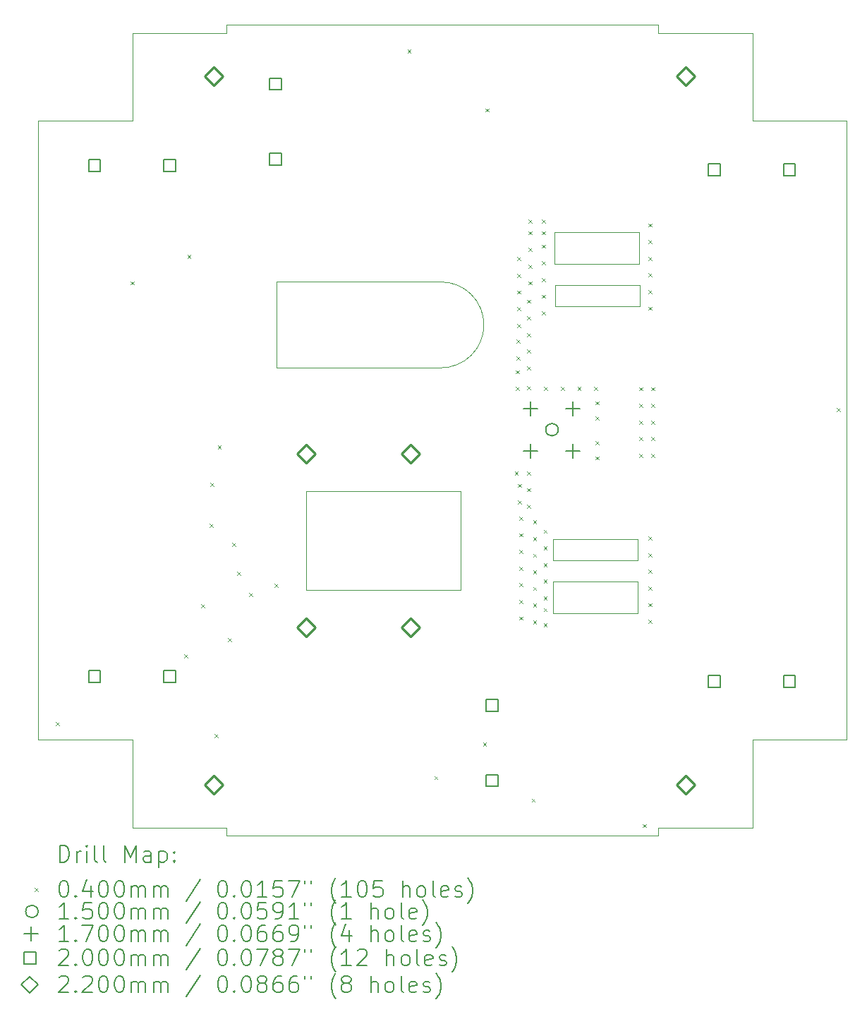
<source format=gbr>
%TF.GenerationSoftware,KiCad,Pcbnew,8.0.8*%
%TF.CreationDate,2025-03-29T22:03:13-04:00*%
%TF.ProjectId,ZPlus_Panel,5a506c75-735f-4506-916e-656c2e6b6963,v1b*%
%TF.SameCoordinates,Original*%
%TF.FileFunction,Drillmap*%
%TF.FilePolarity,Positive*%
%FSLAX45Y45*%
G04 Gerber Fmt 4.5, Leading zero omitted, Abs format (unit mm)*
G04 Created by KiCad (PCBNEW 8.0.8) date 2025-03-29 22:03:13*
%MOMM*%
%LPD*%
G01*
G04 APERTURE LIST*
%ADD10C,0.050000*%
%ADD11C,0.100000*%
%ADD12C,0.200000*%
%ADD13C,0.150000*%
%ADD14C,0.170000*%
%ADD15C,0.220000*%
G04 APERTURE END LIST*
D10*
X21985800Y-4080680D02*
X20858400Y-4080680D01*
X20858400Y-3980680D02*
X20858400Y-4080680D01*
X20858400Y-3980680D02*
X15671200Y-3980680D01*
X21985600Y-13613560D02*
X21985600Y-12562000D01*
X15671200Y-4080680D02*
X14543800Y-4080680D01*
X14543800Y-5132240D02*
X13416400Y-5132240D01*
X19614904Y-7102400D02*
X19614904Y-7356400D01*
X21985800Y-5132240D02*
X21985800Y-4080680D01*
X20610904Y-10154400D02*
X20610904Y-10408400D01*
X20610904Y-10408400D02*
X19594904Y-10408400D01*
X20610400Y-10662400D02*
X19594400Y-10662400D01*
X20630400Y-6848400D02*
X20630400Y-6467400D01*
X19614400Y-6467400D02*
X19614400Y-6848400D01*
X19594904Y-10154400D02*
X20610904Y-10154400D01*
X23113000Y-12562000D02*
X21985600Y-12562000D01*
X14543600Y-12562000D02*
X13416200Y-12562000D01*
X20630904Y-7356400D02*
X20630904Y-7102400D01*
X14543800Y-5132240D02*
X14543800Y-4080680D01*
X19594400Y-11043400D02*
X20610400Y-11043400D01*
X20630400Y-6467400D02*
X19614400Y-6467400D01*
X15671000Y-13713560D02*
X15671000Y-13613560D01*
X13416400Y-5132240D02*
X13416200Y-12562000D01*
X15671000Y-13613560D02*
X14543600Y-13613560D01*
X21985600Y-13613560D02*
X20858200Y-13613560D01*
X19594400Y-10662400D02*
X19594400Y-11043400D01*
X20858200Y-13713560D02*
X15671000Y-13713560D01*
X23113000Y-12562000D02*
X23113200Y-5132240D01*
X19594904Y-10408400D02*
X19594904Y-10154400D01*
X23113200Y-5132240D02*
X21985800Y-5132240D01*
X15671200Y-4080680D02*
X15671200Y-3980680D01*
X20630904Y-7102400D02*
X19614904Y-7102400D01*
X19614400Y-6848400D02*
X20630400Y-6848400D01*
X20858200Y-13613560D02*
X20858200Y-13713560D01*
X19614904Y-7356400D02*
X20630904Y-7356400D01*
X14543600Y-13613560D02*
X14543600Y-12562000D01*
X20610400Y-11043400D02*
X20610400Y-10662400D01*
D11*
X16630000Y-9575000D02*
X18482500Y-9575000D01*
X18482500Y-10765000D01*
X16630000Y-10765000D01*
X16630000Y-9575000D01*
X16271045Y-7067500D02*
X16271045Y-8097500D01*
X16271045Y-7067500D02*
X18248545Y-7067500D01*
X16271045Y-8097500D02*
X18248545Y-8097500D01*
X18248545Y-7067500D02*
G75*
G02*
X18248545Y-8097500I205J-515000D01*
G01*
D12*
D11*
X13627500Y-12347500D02*
X13667500Y-12387500D01*
X13667500Y-12347500D02*
X13627500Y-12387500D01*
X14522500Y-7060000D02*
X14562500Y-7100000D01*
X14562500Y-7060000D02*
X14522500Y-7100000D01*
X15165000Y-11532500D02*
X15205000Y-11572500D01*
X15205000Y-11532500D02*
X15165000Y-11572500D01*
X15205000Y-6740000D02*
X15245000Y-6780000D01*
X15245000Y-6740000D02*
X15205000Y-6780000D01*
X15370000Y-10935000D02*
X15410000Y-10975000D01*
X15410000Y-10935000D02*
X15370000Y-10975000D01*
X15472500Y-9970000D02*
X15512500Y-10010000D01*
X15512500Y-9970000D02*
X15472500Y-10010000D01*
X15482500Y-9475000D02*
X15522500Y-9515000D01*
X15522500Y-9475000D02*
X15482500Y-9515000D01*
X15530000Y-12490000D02*
X15570000Y-12530000D01*
X15570000Y-12490000D02*
X15530000Y-12530000D01*
X15570000Y-9030000D02*
X15610000Y-9070000D01*
X15610000Y-9030000D02*
X15570000Y-9070000D01*
X15690000Y-11342500D02*
X15730000Y-11382500D01*
X15730000Y-11342500D02*
X15690000Y-11382500D01*
X15740000Y-10197500D02*
X15780000Y-10237500D01*
X15780000Y-10197500D02*
X15740000Y-10237500D01*
X15800000Y-10545000D02*
X15840000Y-10585000D01*
X15840000Y-10545000D02*
X15800000Y-10585000D01*
X15947500Y-10800000D02*
X15987500Y-10840000D01*
X15987500Y-10800000D02*
X15947500Y-10840000D01*
X16250000Y-10687500D02*
X16290000Y-10727500D01*
X16290000Y-10687500D02*
X16250000Y-10727500D01*
X17847500Y-4277500D02*
X17887500Y-4317500D01*
X17887500Y-4277500D02*
X17847500Y-4317500D01*
X18167500Y-12995000D02*
X18207500Y-13035000D01*
X18207500Y-12995000D02*
X18167500Y-13035000D01*
X18752500Y-12595000D02*
X18792500Y-12635000D01*
X18792500Y-12595000D02*
X18752500Y-12635000D01*
X18785000Y-4985000D02*
X18825000Y-5025000D01*
X18825000Y-4985000D02*
X18785000Y-5025000D01*
X19132500Y-9345000D02*
X19172500Y-9385000D01*
X19172500Y-9345000D02*
X19132500Y-9385000D01*
X19147500Y-8127500D02*
X19187500Y-8167500D01*
X19187500Y-8127500D02*
X19147500Y-8167500D01*
X19147500Y-8327500D02*
X19187500Y-8367500D01*
X19187500Y-8327500D02*
X19147500Y-8367500D01*
X19157500Y-7760000D02*
X19197500Y-7800000D01*
X19197500Y-7760000D02*
X19157500Y-7800000D01*
X19157500Y-7960000D02*
X19197500Y-8000000D01*
X19197500Y-7960000D02*
X19157500Y-8000000D01*
X19165000Y-6770000D02*
X19205000Y-6810000D01*
X19205000Y-6770000D02*
X19165000Y-6810000D01*
X19165000Y-6970000D02*
X19205000Y-7010000D01*
X19205000Y-6970000D02*
X19165000Y-7010000D01*
X19165000Y-7170000D02*
X19205000Y-7210000D01*
X19205000Y-7170000D02*
X19165000Y-7210000D01*
X19165000Y-7370000D02*
X19205000Y-7410000D01*
X19205000Y-7370000D02*
X19165000Y-7410000D01*
X19165000Y-7570000D02*
X19205000Y-7610000D01*
X19205000Y-7570000D02*
X19165000Y-7610000D01*
X19172500Y-9490000D02*
X19212500Y-9530000D01*
X19212500Y-9490000D02*
X19172500Y-9530000D01*
X19172500Y-9690000D02*
X19212500Y-9730000D01*
X19212500Y-9690000D02*
X19172500Y-9730000D01*
X19190000Y-9882500D02*
X19230000Y-9922500D01*
X19230000Y-9882500D02*
X19190000Y-9922500D01*
X19190000Y-10082500D02*
X19230000Y-10122500D01*
X19230000Y-10082500D02*
X19190000Y-10122500D01*
X19190000Y-10282500D02*
X19230000Y-10322500D01*
X19230000Y-10282500D02*
X19190000Y-10322500D01*
X19190000Y-10482500D02*
X19230000Y-10522500D01*
X19230000Y-10482500D02*
X19190000Y-10522500D01*
X19190000Y-10682500D02*
X19230000Y-10722500D01*
X19230000Y-10682500D02*
X19190000Y-10722500D01*
X19190000Y-10882500D02*
X19230000Y-10922500D01*
X19230000Y-10882500D02*
X19190000Y-10922500D01*
X19190000Y-11082500D02*
X19230000Y-11122500D01*
X19230000Y-11082500D02*
X19190000Y-11122500D01*
X19280000Y-7280000D02*
X19320000Y-7320000D01*
X19320000Y-7280000D02*
X19280000Y-7320000D01*
X19280000Y-7480000D02*
X19320000Y-7520000D01*
X19320000Y-7480000D02*
X19280000Y-7520000D01*
X19280000Y-7680000D02*
X19320000Y-7720000D01*
X19320000Y-7680000D02*
X19280000Y-7720000D01*
X19280000Y-7880000D02*
X19320000Y-7920000D01*
X19320000Y-7880000D02*
X19280000Y-7920000D01*
X19280000Y-8080000D02*
X19320000Y-8120000D01*
X19320000Y-8080000D02*
X19280000Y-8120000D01*
X19280000Y-8320000D02*
X19320000Y-8360000D01*
X19320000Y-8320000D02*
X19280000Y-8360000D01*
X19280000Y-9340000D02*
X19320000Y-9380000D01*
X19320000Y-9340000D02*
X19280000Y-9380000D01*
X19280000Y-9540000D02*
X19320000Y-9580000D01*
X19320000Y-9540000D02*
X19280000Y-9580000D01*
X19280000Y-9740000D02*
X19320000Y-9780000D01*
X19320000Y-9740000D02*
X19280000Y-9780000D01*
X19300000Y-6320000D02*
X19340000Y-6360000D01*
X19340000Y-6320000D02*
X19300000Y-6360000D01*
X19300000Y-6460000D02*
X19340000Y-6500000D01*
X19340000Y-6460000D02*
X19300000Y-6500000D01*
X19300000Y-6660000D02*
X19340000Y-6700000D01*
X19340000Y-6660000D02*
X19300000Y-6700000D01*
X19300000Y-6860000D02*
X19340000Y-6900000D01*
X19340000Y-6860000D02*
X19300000Y-6900000D01*
X19300000Y-7060000D02*
X19340000Y-7100000D01*
X19340000Y-7060000D02*
X19300000Y-7100000D01*
X19337500Y-13267500D02*
X19377500Y-13307500D01*
X19377500Y-13267500D02*
X19337500Y-13307500D01*
X19352500Y-9927500D02*
X19392500Y-9967500D01*
X19392500Y-9927500D02*
X19352500Y-9967500D01*
X19352500Y-10127500D02*
X19392500Y-10167500D01*
X19392500Y-10127500D02*
X19352500Y-10167500D01*
X19352500Y-10327500D02*
X19392500Y-10367500D01*
X19392500Y-10327500D02*
X19352500Y-10367500D01*
X19352500Y-10527500D02*
X19392500Y-10567500D01*
X19392500Y-10527500D02*
X19352500Y-10567500D01*
X19352500Y-10727500D02*
X19392500Y-10767500D01*
X19392500Y-10727500D02*
X19352500Y-10767500D01*
X19352500Y-10927500D02*
X19392500Y-10967500D01*
X19392500Y-10927500D02*
X19352500Y-10967500D01*
X19352500Y-11127500D02*
X19392500Y-11167500D01*
X19392500Y-11127500D02*
X19352500Y-11167500D01*
X19460000Y-6320000D02*
X19500000Y-6360000D01*
X19500000Y-6320000D02*
X19460000Y-6360000D01*
X19460000Y-6460000D02*
X19500000Y-6500000D01*
X19500000Y-6460000D02*
X19460000Y-6500000D01*
X19460000Y-6620000D02*
X19500000Y-6660000D01*
X19500000Y-6620000D02*
X19460000Y-6660000D01*
X19460000Y-6820000D02*
X19500000Y-6860000D01*
X19500000Y-6820000D02*
X19460000Y-6860000D01*
X19460000Y-7020000D02*
X19500000Y-7060000D01*
X19500000Y-7020000D02*
X19460000Y-7060000D01*
X19460000Y-7220000D02*
X19500000Y-7260000D01*
X19500000Y-7220000D02*
X19460000Y-7260000D01*
X19460000Y-7420000D02*
X19500000Y-7460000D01*
X19500000Y-7420000D02*
X19460000Y-7460000D01*
X19480000Y-10040000D02*
X19520000Y-10080000D01*
X19520000Y-10040000D02*
X19480000Y-10080000D01*
X19480000Y-10240000D02*
X19520000Y-10280000D01*
X19520000Y-10240000D02*
X19480000Y-10280000D01*
X19480000Y-10440000D02*
X19520000Y-10480000D01*
X19520000Y-10440000D02*
X19480000Y-10480000D01*
X19480000Y-10640000D02*
X19520000Y-10680000D01*
X19520000Y-10640000D02*
X19480000Y-10680000D01*
X19480000Y-10840000D02*
X19520000Y-10880000D01*
X19520000Y-10840000D02*
X19480000Y-10880000D01*
X19480000Y-10980000D02*
X19520000Y-11020000D01*
X19520000Y-10980000D02*
X19480000Y-11020000D01*
X19480000Y-11160000D02*
X19520000Y-11200000D01*
X19520000Y-11160000D02*
X19480000Y-11200000D01*
X19487400Y-8327600D02*
X19527400Y-8367600D01*
X19527400Y-8327600D02*
X19487400Y-8367600D01*
X19687400Y-8327600D02*
X19727400Y-8367600D01*
X19727400Y-8327600D02*
X19687400Y-8367600D01*
X19887400Y-8327600D02*
X19927400Y-8367600D01*
X19927400Y-8327600D02*
X19887400Y-8367600D01*
X20087400Y-8327600D02*
X20127400Y-8367600D01*
X20127400Y-8327600D02*
X20087400Y-8367600D01*
X20100000Y-8500000D02*
X20140000Y-8540000D01*
X20140000Y-8500000D02*
X20100000Y-8540000D01*
X20100000Y-8680000D02*
X20140000Y-8720000D01*
X20140000Y-8680000D02*
X20100000Y-8720000D01*
X20100000Y-8980000D02*
X20140000Y-9020000D01*
X20140000Y-8980000D02*
X20100000Y-9020000D01*
X20100000Y-9160000D02*
X20140000Y-9200000D01*
X20140000Y-9160000D02*
X20100000Y-9200000D01*
X20627500Y-8330000D02*
X20667500Y-8370000D01*
X20667500Y-8330000D02*
X20627500Y-8370000D01*
X20627500Y-8530000D02*
X20667500Y-8570000D01*
X20667500Y-8530000D02*
X20627500Y-8570000D01*
X20627500Y-8730000D02*
X20667500Y-8770000D01*
X20667500Y-8730000D02*
X20627500Y-8770000D01*
X20627500Y-8930000D02*
X20667500Y-8970000D01*
X20667500Y-8930000D02*
X20627500Y-8970000D01*
X20627500Y-9130000D02*
X20667500Y-9170000D01*
X20667500Y-9130000D02*
X20627500Y-9170000D01*
X20672500Y-13570000D02*
X20712500Y-13610000D01*
X20712500Y-13570000D02*
X20672500Y-13610000D01*
X20735200Y-6365600D02*
X20775200Y-6405600D01*
X20775200Y-6365600D02*
X20735200Y-6405600D01*
X20735200Y-6565600D02*
X20775200Y-6605600D01*
X20775200Y-6565600D02*
X20735200Y-6605600D01*
X20735200Y-6765600D02*
X20775200Y-6805600D01*
X20775200Y-6765600D02*
X20735200Y-6805600D01*
X20735200Y-6965600D02*
X20775200Y-7005600D01*
X20775200Y-6965600D02*
X20735200Y-7005600D01*
X20735200Y-7165600D02*
X20775200Y-7205600D01*
X20775200Y-7165600D02*
X20735200Y-7205600D01*
X20735200Y-7365600D02*
X20775200Y-7405600D01*
X20775200Y-7365600D02*
X20735200Y-7405600D01*
X20735200Y-10121600D02*
X20775200Y-10161600D01*
X20775200Y-10121600D02*
X20735200Y-10161600D01*
X20735200Y-10321600D02*
X20775200Y-10361600D01*
X20775200Y-10321600D02*
X20735200Y-10361600D01*
X20735200Y-10521600D02*
X20775200Y-10561600D01*
X20775200Y-10521600D02*
X20735200Y-10561600D01*
X20735200Y-10721600D02*
X20775200Y-10761600D01*
X20775200Y-10721600D02*
X20735200Y-10761600D01*
X20735200Y-10921600D02*
X20775200Y-10961600D01*
X20775200Y-10921600D02*
X20735200Y-10961600D01*
X20735200Y-11121600D02*
X20775200Y-11161600D01*
X20775200Y-11121600D02*
X20735200Y-11161600D01*
X20770000Y-8330000D02*
X20810000Y-8370000D01*
X20810000Y-8330000D02*
X20770000Y-8370000D01*
X20770000Y-8530000D02*
X20810000Y-8570000D01*
X20810000Y-8530000D02*
X20770000Y-8570000D01*
X20770000Y-8730000D02*
X20810000Y-8770000D01*
X20810000Y-8730000D02*
X20770000Y-8770000D01*
X20770000Y-8930000D02*
X20810000Y-8970000D01*
X20810000Y-8930000D02*
X20770000Y-8970000D01*
X20770000Y-9130000D02*
X20810000Y-9170000D01*
X20810000Y-9130000D02*
X20770000Y-9170000D01*
X23000000Y-8582500D02*
X23040000Y-8622500D01*
X23040000Y-8582500D02*
X23000000Y-8622500D01*
D13*
X19655000Y-8840000D02*
G75*
G02*
X19505000Y-8840000I-75000J0D01*
G01*
X19505000Y-8840000D02*
G75*
G02*
X19655000Y-8840000I75000J0D01*
G01*
D14*
X19326000Y-8501000D02*
X19326000Y-8671000D01*
X19241000Y-8586000D02*
X19411000Y-8586000D01*
X19326000Y-9009000D02*
X19326000Y-9179000D01*
X19241000Y-9094000D02*
X19411000Y-9094000D01*
X19834000Y-8501000D02*
X19834000Y-8671000D01*
X19749000Y-8586000D02*
X19919000Y-8586000D01*
X19834000Y-9009000D02*
X19834000Y-9179000D01*
X19749000Y-9094000D02*
X19919000Y-9094000D01*
D12*
X14160711Y-5740711D02*
X14160711Y-5599289D01*
X14019289Y-5599289D01*
X14019289Y-5740711D01*
X14160711Y-5740711D01*
X14160711Y-11870711D02*
X14160711Y-11729289D01*
X14019289Y-11729289D01*
X14019289Y-11870711D01*
X14160711Y-11870711D01*
X15060711Y-5740711D02*
X15060711Y-5599289D01*
X14919289Y-5599289D01*
X14919289Y-5740711D01*
X15060711Y-5740711D01*
X15060711Y-11870711D02*
X15060711Y-11729289D01*
X14919289Y-11729289D01*
X14919289Y-11870711D01*
X15060711Y-11870711D01*
X16333211Y-4763211D02*
X16333211Y-4621789D01*
X16191789Y-4621789D01*
X16191789Y-4763211D01*
X16333211Y-4763211D01*
X16333211Y-5663211D02*
X16333211Y-5521789D01*
X16191789Y-5521789D01*
X16191789Y-5663211D01*
X16333211Y-5663211D01*
X18930711Y-12220711D02*
X18930711Y-12079289D01*
X18789289Y-12079289D01*
X18789289Y-12220711D01*
X18930711Y-12220711D01*
X18930711Y-13120711D02*
X18930711Y-12979289D01*
X18789289Y-12979289D01*
X18789289Y-13120711D01*
X18930711Y-13120711D01*
X21600711Y-5790711D02*
X21600711Y-5649289D01*
X21459289Y-5649289D01*
X21459289Y-5790711D01*
X21600711Y-5790711D01*
X21600711Y-11930711D02*
X21600711Y-11789289D01*
X21459289Y-11789289D01*
X21459289Y-11930711D01*
X21600711Y-11930711D01*
X22500711Y-5790711D02*
X22500711Y-5649289D01*
X22359289Y-5649289D01*
X22359289Y-5790711D01*
X22500711Y-5790711D01*
X22500711Y-11930711D02*
X22500711Y-11789289D01*
X22359289Y-11789289D01*
X22359289Y-11930711D01*
X22500711Y-11930711D01*
D15*
X15518200Y-4706560D02*
X15628200Y-4596560D01*
X15518200Y-4486560D01*
X15408200Y-4596560D01*
X15518200Y-4706560D01*
X15518200Y-13206560D02*
X15628200Y-13096560D01*
X15518200Y-12986560D01*
X15408200Y-13096560D01*
X15518200Y-13206560D01*
X16632500Y-9240000D02*
X16742500Y-9130000D01*
X16632500Y-9020000D01*
X16522500Y-9130000D01*
X16632500Y-9240000D01*
X16632500Y-11320000D02*
X16742500Y-11210000D01*
X16632500Y-11100000D01*
X16522500Y-11210000D01*
X16632500Y-11320000D01*
X17882500Y-9240000D02*
X17992500Y-9130000D01*
X17882500Y-9020000D01*
X17772500Y-9130000D01*
X17882500Y-9240000D01*
X17882500Y-11320000D02*
X17992500Y-11210000D01*
X17882500Y-11100000D01*
X17772500Y-11210000D01*
X17882500Y-11320000D01*
X21185600Y-4706560D02*
X21295600Y-4596560D01*
X21185600Y-4486560D01*
X21075600Y-4596560D01*
X21185600Y-4706560D01*
X21185600Y-13206560D02*
X21295600Y-13096560D01*
X21185600Y-12986560D01*
X21075600Y-13096560D01*
X21185600Y-13206560D01*
D12*
X13674477Y-14027544D02*
X13674477Y-13827544D01*
X13674477Y-13827544D02*
X13722096Y-13827544D01*
X13722096Y-13827544D02*
X13750667Y-13837068D01*
X13750667Y-13837068D02*
X13769715Y-13856115D01*
X13769715Y-13856115D02*
X13779239Y-13875163D01*
X13779239Y-13875163D02*
X13788762Y-13913258D01*
X13788762Y-13913258D02*
X13788762Y-13941829D01*
X13788762Y-13941829D02*
X13779239Y-13979925D01*
X13779239Y-13979925D02*
X13769715Y-13998972D01*
X13769715Y-13998972D02*
X13750667Y-14018020D01*
X13750667Y-14018020D02*
X13722096Y-14027544D01*
X13722096Y-14027544D02*
X13674477Y-14027544D01*
X13874477Y-14027544D02*
X13874477Y-13894210D01*
X13874477Y-13932306D02*
X13884001Y-13913258D01*
X13884001Y-13913258D02*
X13893524Y-13903734D01*
X13893524Y-13903734D02*
X13912572Y-13894210D01*
X13912572Y-13894210D02*
X13931620Y-13894210D01*
X13998286Y-14027544D02*
X13998286Y-13894210D01*
X13998286Y-13827544D02*
X13988762Y-13837068D01*
X13988762Y-13837068D02*
X13998286Y-13846591D01*
X13998286Y-13846591D02*
X14007810Y-13837068D01*
X14007810Y-13837068D02*
X13998286Y-13827544D01*
X13998286Y-13827544D02*
X13998286Y-13846591D01*
X14122096Y-14027544D02*
X14103048Y-14018020D01*
X14103048Y-14018020D02*
X14093524Y-13998972D01*
X14093524Y-13998972D02*
X14093524Y-13827544D01*
X14226858Y-14027544D02*
X14207810Y-14018020D01*
X14207810Y-14018020D02*
X14198286Y-13998972D01*
X14198286Y-13998972D02*
X14198286Y-13827544D01*
X14455429Y-14027544D02*
X14455429Y-13827544D01*
X14455429Y-13827544D02*
X14522096Y-13970401D01*
X14522096Y-13970401D02*
X14588762Y-13827544D01*
X14588762Y-13827544D02*
X14588762Y-14027544D01*
X14769715Y-14027544D02*
X14769715Y-13922782D01*
X14769715Y-13922782D02*
X14760191Y-13903734D01*
X14760191Y-13903734D02*
X14741143Y-13894210D01*
X14741143Y-13894210D02*
X14703048Y-13894210D01*
X14703048Y-13894210D02*
X14684001Y-13903734D01*
X14769715Y-14018020D02*
X14750667Y-14027544D01*
X14750667Y-14027544D02*
X14703048Y-14027544D01*
X14703048Y-14027544D02*
X14684001Y-14018020D01*
X14684001Y-14018020D02*
X14674477Y-13998972D01*
X14674477Y-13998972D02*
X14674477Y-13979925D01*
X14674477Y-13979925D02*
X14684001Y-13960877D01*
X14684001Y-13960877D02*
X14703048Y-13951353D01*
X14703048Y-13951353D02*
X14750667Y-13951353D01*
X14750667Y-13951353D02*
X14769715Y-13941829D01*
X14864953Y-13894210D02*
X14864953Y-14094210D01*
X14864953Y-13903734D02*
X14884001Y-13894210D01*
X14884001Y-13894210D02*
X14922096Y-13894210D01*
X14922096Y-13894210D02*
X14941143Y-13903734D01*
X14941143Y-13903734D02*
X14950667Y-13913258D01*
X14950667Y-13913258D02*
X14960191Y-13932306D01*
X14960191Y-13932306D02*
X14960191Y-13989448D01*
X14960191Y-13989448D02*
X14950667Y-14008496D01*
X14950667Y-14008496D02*
X14941143Y-14018020D01*
X14941143Y-14018020D02*
X14922096Y-14027544D01*
X14922096Y-14027544D02*
X14884001Y-14027544D01*
X14884001Y-14027544D02*
X14864953Y-14018020D01*
X15045905Y-14008496D02*
X15055429Y-14018020D01*
X15055429Y-14018020D02*
X15045905Y-14027544D01*
X15045905Y-14027544D02*
X15036382Y-14018020D01*
X15036382Y-14018020D02*
X15045905Y-14008496D01*
X15045905Y-14008496D02*
X15045905Y-14027544D01*
X15045905Y-13903734D02*
X15055429Y-13913258D01*
X15055429Y-13913258D02*
X15045905Y-13922782D01*
X15045905Y-13922782D02*
X15036382Y-13913258D01*
X15036382Y-13913258D02*
X15045905Y-13903734D01*
X15045905Y-13903734D02*
X15045905Y-13922782D01*
D11*
X13373700Y-14336060D02*
X13413700Y-14376060D01*
X13413700Y-14336060D02*
X13373700Y-14376060D01*
D12*
X13712572Y-14247544D02*
X13731620Y-14247544D01*
X13731620Y-14247544D02*
X13750667Y-14257068D01*
X13750667Y-14257068D02*
X13760191Y-14266591D01*
X13760191Y-14266591D02*
X13769715Y-14285639D01*
X13769715Y-14285639D02*
X13779239Y-14323734D01*
X13779239Y-14323734D02*
X13779239Y-14371353D01*
X13779239Y-14371353D02*
X13769715Y-14409448D01*
X13769715Y-14409448D02*
X13760191Y-14428496D01*
X13760191Y-14428496D02*
X13750667Y-14438020D01*
X13750667Y-14438020D02*
X13731620Y-14447544D01*
X13731620Y-14447544D02*
X13712572Y-14447544D01*
X13712572Y-14447544D02*
X13693524Y-14438020D01*
X13693524Y-14438020D02*
X13684001Y-14428496D01*
X13684001Y-14428496D02*
X13674477Y-14409448D01*
X13674477Y-14409448D02*
X13664953Y-14371353D01*
X13664953Y-14371353D02*
X13664953Y-14323734D01*
X13664953Y-14323734D02*
X13674477Y-14285639D01*
X13674477Y-14285639D02*
X13684001Y-14266591D01*
X13684001Y-14266591D02*
X13693524Y-14257068D01*
X13693524Y-14257068D02*
X13712572Y-14247544D01*
X13864953Y-14428496D02*
X13874477Y-14438020D01*
X13874477Y-14438020D02*
X13864953Y-14447544D01*
X13864953Y-14447544D02*
X13855429Y-14438020D01*
X13855429Y-14438020D02*
X13864953Y-14428496D01*
X13864953Y-14428496D02*
X13864953Y-14447544D01*
X14045905Y-14314210D02*
X14045905Y-14447544D01*
X13998286Y-14238020D02*
X13950667Y-14380877D01*
X13950667Y-14380877D02*
X14074477Y-14380877D01*
X14188762Y-14247544D02*
X14207810Y-14247544D01*
X14207810Y-14247544D02*
X14226858Y-14257068D01*
X14226858Y-14257068D02*
X14236382Y-14266591D01*
X14236382Y-14266591D02*
X14245905Y-14285639D01*
X14245905Y-14285639D02*
X14255429Y-14323734D01*
X14255429Y-14323734D02*
X14255429Y-14371353D01*
X14255429Y-14371353D02*
X14245905Y-14409448D01*
X14245905Y-14409448D02*
X14236382Y-14428496D01*
X14236382Y-14428496D02*
X14226858Y-14438020D01*
X14226858Y-14438020D02*
X14207810Y-14447544D01*
X14207810Y-14447544D02*
X14188762Y-14447544D01*
X14188762Y-14447544D02*
X14169715Y-14438020D01*
X14169715Y-14438020D02*
X14160191Y-14428496D01*
X14160191Y-14428496D02*
X14150667Y-14409448D01*
X14150667Y-14409448D02*
X14141143Y-14371353D01*
X14141143Y-14371353D02*
X14141143Y-14323734D01*
X14141143Y-14323734D02*
X14150667Y-14285639D01*
X14150667Y-14285639D02*
X14160191Y-14266591D01*
X14160191Y-14266591D02*
X14169715Y-14257068D01*
X14169715Y-14257068D02*
X14188762Y-14247544D01*
X14379239Y-14247544D02*
X14398286Y-14247544D01*
X14398286Y-14247544D02*
X14417334Y-14257068D01*
X14417334Y-14257068D02*
X14426858Y-14266591D01*
X14426858Y-14266591D02*
X14436382Y-14285639D01*
X14436382Y-14285639D02*
X14445905Y-14323734D01*
X14445905Y-14323734D02*
X14445905Y-14371353D01*
X14445905Y-14371353D02*
X14436382Y-14409448D01*
X14436382Y-14409448D02*
X14426858Y-14428496D01*
X14426858Y-14428496D02*
X14417334Y-14438020D01*
X14417334Y-14438020D02*
X14398286Y-14447544D01*
X14398286Y-14447544D02*
X14379239Y-14447544D01*
X14379239Y-14447544D02*
X14360191Y-14438020D01*
X14360191Y-14438020D02*
X14350667Y-14428496D01*
X14350667Y-14428496D02*
X14341143Y-14409448D01*
X14341143Y-14409448D02*
X14331620Y-14371353D01*
X14331620Y-14371353D02*
X14331620Y-14323734D01*
X14331620Y-14323734D02*
X14341143Y-14285639D01*
X14341143Y-14285639D02*
X14350667Y-14266591D01*
X14350667Y-14266591D02*
X14360191Y-14257068D01*
X14360191Y-14257068D02*
X14379239Y-14247544D01*
X14531620Y-14447544D02*
X14531620Y-14314210D01*
X14531620Y-14333258D02*
X14541143Y-14323734D01*
X14541143Y-14323734D02*
X14560191Y-14314210D01*
X14560191Y-14314210D02*
X14588763Y-14314210D01*
X14588763Y-14314210D02*
X14607810Y-14323734D01*
X14607810Y-14323734D02*
X14617334Y-14342782D01*
X14617334Y-14342782D02*
X14617334Y-14447544D01*
X14617334Y-14342782D02*
X14626858Y-14323734D01*
X14626858Y-14323734D02*
X14645905Y-14314210D01*
X14645905Y-14314210D02*
X14674477Y-14314210D01*
X14674477Y-14314210D02*
X14693524Y-14323734D01*
X14693524Y-14323734D02*
X14703048Y-14342782D01*
X14703048Y-14342782D02*
X14703048Y-14447544D01*
X14798286Y-14447544D02*
X14798286Y-14314210D01*
X14798286Y-14333258D02*
X14807810Y-14323734D01*
X14807810Y-14323734D02*
X14826858Y-14314210D01*
X14826858Y-14314210D02*
X14855429Y-14314210D01*
X14855429Y-14314210D02*
X14874477Y-14323734D01*
X14874477Y-14323734D02*
X14884001Y-14342782D01*
X14884001Y-14342782D02*
X14884001Y-14447544D01*
X14884001Y-14342782D02*
X14893524Y-14323734D01*
X14893524Y-14323734D02*
X14912572Y-14314210D01*
X14912572Y-14314210D02*
X14941143Y-14314210D01*
X14941143Y-14314210D02*
X14960191Y-14323734D01*
X14960191Y-14323734D02*
X14969715Y-14342782D01*
X14969715Y-14342782D02*
X14969715Y-14447544D01*
X15360191Y-14238020D02*
X15188763Y-14495163D01*
X15617334Y-14247544D02*
X15636382Y-14247544D01*
X15636382Y-14247544D02*
X15655429Y-14257068D01*
X15655429Y-14257068D02*
X15664953Y-14266591D01*
X15664953Y-14266591D02*
X15674477Y-14285639D01*
X15674477Y-14285639D02*
X15684001Y-14323734D01*
X15684001Y-14323734D02*
X15684001Y-14371353D01*
X15684001Y-14371353D02*
X15674477Y-14409448D01*
X15674477Y-14409448D02*
X15664953Y-14428496D01*
X15664953Y-14428496D02*
X15655429Y-14438020D01*
X15655429Y-14438020D02*
X15636382Y-14447544D01*
X15636382Y-14447544D02*
X15617334Y-14447544D01*
X15617334Y-14447544D02*
X15598286Y-14438020D01*
X15598286Y-14438020D02*
X15588763Y-14428496D01*
X15588763Y-14428496D02*
X15579239Y-14409448D01*
X15579239Y-14409448D02*
X15569715Y-14371353D01*
X15569715Y-14371353D02*
X15569715Y-14323734D01*
X15569715Y-14323734D02*
X15579239Y-14285639D01*
X15579239Y-14285639D02*
X15588763Y-14266591D01*
X15588763Y-14266591D02*
X15598286Y-14257068D01*
X15598286Y-14257068D02*
X15617334Y-14247544D01*
X15769715Y-14428496D02*
X15779239Y-14438020D01*
X15779239Y-14438020D02*
X15769715Y-14447544D01*
X15769715Y-14447544D02*
X15760191Y-14438020D01*
X15760191Y-14438020D02*
X15769715Y-14428496D01*
X15769715Y-14428496D02*
X15769715Y-14447544D01*
X15903048Y-14247544D02*
X15922096Y-14247544D01*
X15922096Y-14247544D02*
X15941144Y-14257068D01*
X15941144Y-14257068D02*
X15950667Y-14266591D01*
X15950667Y-14266591D02*
X15960191Y-14285639D01*
X15960191Y-14285639D02*
X15969715Y-14323734D01*
X15969715Y-14323734D02*
X15969715Y-14371353D01*
X15969715Y-14371353D02*
X15960191Y-14409448D01*
X15960191Y-14409448D02*
X15950667Y-14428496D01*
X15950667Y-14428496D02*
X15941144Y-14438020D01*
X15941144Y-14438020D02*
X15922096Y-14447544D01*
X15922096Y-14447544D02*
X15903048Y-14447544D01*
X15903048Y-14447544D02*
X15884001Y-14438020D01*
X15884001Y-14438020D02*
X15874477Y-14428496D01*
X15874477Y-14428496D02*
X15864953Y-14409448D01*
X15864953Y-14409448D02*
X15855429Y-14371353D01*
X15855429Y-14371353D02*
X15855429Y-14323734D01*
X15855429Y-14323734D02*
X15864953Y-14285639D01*
X15864953Y-14285639D02*
X15874477Y-14266591D01*
X15874477Y-14266591D02*
X15884001Y-14257068D01*
X15884001Y-14257068D02*
X15903048Y-14247544D01*
X16160191Y-14447544D02*
X16045906Y-14447544D01*
X16103048Y-14447544D02*
X16103048Y-14247544D01*
X16103048Y-14247544D02*
X16084001Y-14276115D01*
X16084001Y-14276115D02*
X16064953Y-14295163D01*
X16064953Y-14295163D02*
X16045906Y-14304687D01*
X16341144Y-14247544D02*
X16245906Y-14247544D01*
X16245906Y-14247544D02*
X16236382Y-14342782D01*
X16236382Y-14342782D02*
X16245906Y-14333258D01*
X16245906Y-14333258D02*
X16264953Y-14323734D01*
X16264953Y-14323734D02*
X16312572Y-14323734D01*
X16312572Y-14323734D02*
X16331620Y-14333258D01*
X16331620Y-14333258D02*
X16341144Y-14342782D01*
X16341144Y-14342782D02*
X16350667Y-14361829D01*
X16350667Y-14361829D02*
X16350667Y-14409448D01*
X16350667Y-14409448D02*
X16341144Y-14428496D01*
X16341144Y-14428496D02*
X16331620Y-14438020D01*
X16331620Y-14438020D02*
X16312572Y-14447544D01*
X16312572Y-14447544D02*
X16264953Y-14447544D01*
X16264953Y-14447544D02*
X16245906Y-14438020D01*
X16245906Y-14438020D02*
X16236382Y-14428496D01*
X16417334Y-14247544D02*
X16550667Y-14247544D01*
X16550667Y-14247544D02*
X16464953Y-14447544D01*
X16617334Y-14247544D02*
X16617334Y-14285639D01*
X16693525Y-14247544D02*
X16693525Y-14285639D01*
X16988763Y-14523734D02*
X16979239Y-14514210D01*
X16979239Y-14514210D02*
X16960191Y-14485639D01*
X16960191Y-14485639D02*
X16950668Y-14466591D01*
X16950668Y-14466591D02*
X16941144Y-14438020D01*
X16941144Y-14438020D02*
X16931620Y-14390401D01*
X16931620Y-14390401D02*
X16931620Y-14352306D01*
X16931620Y-14352306D02*
X16941144Y-14304687D01*
X16941144Y-14304687D02*
X16950668Y-14276115D01*
X16950668Y-14276115D02*
X16960191Y-14257068D01*
X16960191Y-14257068D02*
X16979239Y-14228496D01*
X16979239Y-14228496D02*
X16988763Y-14218972D01*
X17169715Y-14447544D02*
X17055430Y-14447544D01*
X17112572Y-14447544D02*
X17112572Y-14247544D01*
X17112572Y-14247544D02*
X17093525Y-14276115D01*
X17093525Y-14276115D02*
X17074477Y-14295163D01*
X17074477Y-14295163D02*
X17055430Y-14304687D01*
X17293525Y-14247544D02*
X17312572Y-14247544D01*
X17312572Y-14247544D02*
X17331620Y-14257068D01*
X17331620Y-14257068D02*
X17341144Y-14266591D01*
X17341144Y-14266591D02*
X17350668Y-14285639D01*
X17350668Y-14285639D02*
X17360191Y-14323734D01*
X17360191Y-14323734D02*
X17360191Y-14371353D01*
X17360191Y-14371353D02*
X17350668Y-14409448D01*
X17350668Y-14409448D02*
X17341144Y-14428496D01*
X17341144Y-14428496D02*
X17331620Y-14438020D01*
X17331620Y-14438020D02*
X17312572Y-14447544D01*
X17312572Y-14447544D02*
X17293525Y-14447544D01*
X17293525Y-14447544D02*
X17274477Y-14438020D01*
X17274477Y-14438020D02*
X17264953Y-14428496D01*
X17264953Y-14428496D02*
X17255430Y-14409448D01*
X17255430Y-14409448D02*
X17245906Y-14371353D01*
X17245906Y-14371353D02*
X17245906Y-14323734D01*
X17245906Y-14323734D02*
X17255430Y-14285639D01*
X17255430Y-14285639D02*
X17264953Y-14266591D01*
X17264953Y-14266591D02*
X17274477Y-14257068D01*
X17274477Y-14257068D02*
X17293525Y-14247544D01*
X17541144Y-14247544D02*
X17445906Y-14247544D01*
X17445906Y-14247544D02*
X17436382Y-14342782D01*
X17436382Y-14342782D02*
X17445906Y-14333258D01*
X17445906Y-14333258D02*
X17464953Y-14323734D01*
X17464953Y-14323734D02*
X17512572Y-14323734D01*
X17512572Y-14323734D02*
X17531620Y-14333258D01*
X17531620Y-14333258D02*
X17541144Y-14342782D01*
X17541144Y-14342782D02*
X17550668Y-14361829D01*
X17550668Y-14361829D02*
X17550668Y-14409448D01*
X17550668Y-14409448D02*
X17541144Y-14428496D01*
X17541144Y-14428496D02*
X17531620Y-14438020D01*
X17531620Y-14438020D02*
X17512572Y-14447544D01*
X17512572Y-14447544D02*
X17464953Y-14447544D01*
X17464953Y-14447544D02*
X17445906Y-14438020D01*
X17445906Y-14438020D02*
X17436382Y-14428496D01*
X17788763Y-14447544D02*
X17788763Y-14247544D01*
X17874477Y-14447544D02*
X17874477Y-14342782D01*
X17874477Y-14342782D02*
X17864953Y-14323734D01*
X17864953Y-14323734D02*
X17845906Y-14314210D01*
X17845906Y-14314210D02*
X17817334Y-14314210D01*
X17817334Y-14314210D02*
X17798287Y-14323734D01*
X17798287Y-14323734D02*
X17788763Y-14333258D01*
X17998287Y-14447544D02*
X17979239Y-14438020D01*
X17979239Y-14438020D02*
X17969715Y-14428496D01*
X17969715Y-14428496D02*
X17960192Y-14409448D01*
X17960192Y-14409448D02*
X17960192Y-14352306D01*
X17960192Y-14352306D02*
X17969715Y-14333258D01*
X17969715Y-14333258D02*
X17979239Y-14323734D01*
X17979239Y-14323734D02*
X17998287Y-14314210D01*
X17998287Y-14314210D02*
X18026858Y-14314210D01*
X18026858Y-14314210D02*
X18045906Y-14323734D01*
X18045906Y-14323734D02*
X18055430Y-14333258D01*
X18055430Y-14333258D02*
X18064953Y-14352306D01*
X18064953Y-14352306D02*
X18064953Y-14409448D01*
X18064953Y-14409448D02*
X18055430Y-14428496D01*
X18055430Y-14428496D02*
X18045906Y-14438020D01*
X18045906Y-14438020D02*
X18026858Y-14447544D01*
X18026858Y-14447544D02*
X17998287Y-14447544D01*
X18179239Y-14447544D02*
X18160192Y-14438020D01*
X18160192Y-14438020D02*
X18150668Y-14418972D01*
X18150668Y-14418972D02*
X18150668Y-14247544D01*
X18331620Y-14438020D02*
X18312573Y-14447544D01*
X18312573Y-14447544D02*
X18274477Y-14447544D01*
X18274477Y-14447544D02*
X18255430Y-14438020D01*
X18255430Y-14438020D02*
X18245906Y-14418972D01*
X18245906Y-14418972D02*
X18245906Y-14342782D01*
X18245906Y-14342782D02*
X18255430Y-14323734D01*
X18255430Y-14323734D02*
X18274477Y-14314210D01*
X18274477Y-14314210D02*
X18312573Y-14314210D01*
X18312573Y-14314210D02*
X18331620Y-14323734D01*
X18331620Y-14323734D02*
X18341144Y-14342782D01*
X18341144Y-14342782D02*
X18341144Y-14361829D01*
X18341144Y-14361829D02*
X18245906Y-14380877D01*
X18417334Y-14438020D02*
X18436382Y-14447544D01*
X18436382Y-14447544D02*
X18474477Y-14447544D01*
X18474477Y-14447544D02*
X18493525Y-14438020D01*
X18493525Y-14438020D02*
X18503049Y-14418972D01*
X18503049Y-14418972D02*
X18503049Y-14409448D01*
X18503049Y-14409448D02*
X18493525Y-14390401D01*
X18493525Y-14390401D02*
X18474477Y-14380877D01*
X18474477Y-14380877D02*
X18445906Y-14380877D01*
X18445906Y-14380877D02*
X18426858Y-14371353D01*
X18426858Y-14371353D02*
X18417334Y-14352306D01*
X18417334Y-14352306D02*
X18417334Y-14342782D01*
X18417334Y-14342782D02*
X18426858Y-14323734D01*
X18426858Y-14323734D02*
X18445906Y-14314210D01*
X18445906Y-14314210D02*
X18474477Y-14314210D01*
X18474477Y-14314210D02*
X18493525Y-14323734D01*
X18569715Y-14523734D02*
X18579239Y-14514210D01*
X18579239Y-14514210D02*
X18598287Y-14485639D01*
X18598287Y-14485639D02*
X18607811Y-14466591D01*
X18607811Y-14466591D02*
X18617334Y-14438020D01*
X18617334Y-14438020D02*
X18626858Y-14390401D01*
X18626858Y-14390401D02*
X18626858Y-14352306D01*
X18626858Y-14352306D02*
X18617334Y-14304687D01*
X18617334Y-14304687D02*
X18607811Y-14276115D01*
X18607811Y-14276115D02*
X18598287Y-14257068D01*
X18598287Y-14257068D02*
X18579239Y-14228496D01*
X18579239Y-14228496D02*
X18569715Y-14218972D01*
D13*
X13413700Y-14620060D02*
G75*
G02*
X13263700Y-14620060I-75000J0D01*
G01*
X13263700Y-14620060D02*
G75*
G02*
X13413700Y-14620060I75000J0D01*
G01*
D12*
X13779239Y-14711544D02*
X13664953Y-14711544D01*
X13722096Y-14711544D02*
X13722096Y-14511544D01*
X13722096Y-14511544D02*
X13703048Y-14540115D01*
X13703048Y-14540115D02*
X13684001Y-14559163D01*
X13684001Y-14559163D02*
X13664953Y-14568687D01*
X13864953Y-14692496D02*
X13874477Y-14702020D01*
X13874477Y-14702020D02*
X13864953Y-14711544D01*
X13864953Y-14711544D02*
X13855429Y-14702020D01*
X13855429Y-14702020D02*
X13864953Y-14692496D01*
X13864953Y-14692496D02*
X13864953Y-14711544D01*
X14055429Y-14511544D02*
X13960191Y-14511544D01*
X13960191Y-14511544D02*
X13950667Y-14606782D01*
X13950667Y-14606782D02*
X13960191Y-14597258D01*
X13960191Y-14597258D02*
X13979239Y-14587734D01*
X13979239Y-14587734D02*
X14026858Y-14587734D01*
X14026858Y-14587734D02*
X14045905Y-14597258D01*
X14045905Y-14597258D02*
X14055429Y-14606782D01*
X14055429Y-14606782D02*
X14064953Y-14625829D01*
X14064953Y-14625829D02*
X14064953Y-14673448D01*
X14064953Y-14673448D02*
X14055429Y-14692496D01*
X14055429Y-14692496D02*
X14045905Y-14702020D01*
X14045905Y-14702020D02*
X14026858Y-14711544D01*
X14026858Y-14711544D02*
X13979239Y-14711544D01*
X13979239Y-14711544D02*
X13960191Y-14702020D01*
X13960191Y-14702020D02*
X13950667Y-14692496D01*
X14188762Y-14511544D02*
X14207810Y-14511544D01*
X14207810Y-14511544D02*
X14226858Y-14521068D01*
X14226858Y-14521068D02*
X14236382Y-14530591D01*
X14236382Y-14530591D02*
X14245905Y-14549639D01*
X14245905Y-14549639D02*
X14255429Y-14587734D01*
X14255429Y-14587734D02*
X14255429Y-14635353D01*
X14255429Y-14635353D02*
X14245905Y-14673448D01*
X14245905Y-14673448D02*
X14236382Y-14692496D01*
X14236382Y-14692496D02*
X14226858Y-14702020D01*
X14226858Y-14702020D02*
X14207810Y-14711544D01*
X14207810Y-14711544D02*
X14188762Y-14711544D01*
X14188762Y-14711544D02*
X14169715Y-14702020D01*
X14169715Y-14702020D02*
X14160191Y-14692496D01*
X14160191Y-14692496D02*
X14150667Y-14673448D01*
X14150667Y-14673448D02*
X14141143Y-14635353D01*
X14141143Y-14635353D02*
X14141143Y-14587734D01*
X14141143Y-14587734D02*
X14150667Y-14549639D01*
X14150667Y-14549639D02*
X14160191Y-14530591D01*
X14160191Y-14530591D02*
X14169715Y-14521068D01*
X14169715Y-14521068D02*
X14188762Y-14511544D01*
X14379239Y-14511544D02*
X14398286Y-14511544D01*
X14398286Y-14511544D02*
X14417334Y-14521068D01*
X14417334Y-14521068D02*
X14426858Y-14530591D01*
X14426858Y-14530591D02*
X14436382Y-14549639D01*
X14436382Y-14549639D02*
X14445905Y-14587734D01*
X14445905Y-14587734D02*
X14445905Y-14635353D01*
X14445905Y-14635353D02*
X14436382Y-14673448D01*
X14436382Y-14673448D02*
X14426858Y-14692496D01*
X14426858Y-14692496D02*
X14417334Y-14702020D01*
X14417334Y-14702020D02*
X14398286Y-14711544D01*
X14398286Y-14711544D02*
X14379239Y-14711544D01*
X14379239Y-14711544D02*
X14360191Y-14702020D01*
X14360191Y-14702020D02*
X14350667Y-14692496D01*
X14350667Y-14692496D02*
X14341143Y-14673448D01*
X14341143Y-14673448D02*
X14331620Y-14635353D01*
X14331620Y-14635353D02*
X14331620Y-14587734D01*
X14331620Y-14587734D02*
X14341143Y-14549639D01*
X14341143Y-14549639D02*
X14350667Y-14530591D01*
X14350667Y-14530591D02*
X14360191Y-14521068D01*
X14360191Y-14521068D02*
X14379239Y-14511544D01*
X14531620Y-14711544D02*
X14531620Y-14578210D01*
X14531620Y-14597258D02*
X14541143Y-14587734D01*
X14541143Y-14587734D02*
X14560191Y-14578210D01*
X14560191Y-14578210D02*
X14588763Y-14578210D01*
X14588763Y-14578210D02*
X14607810Y-14587734D01*
X14607810Y-14587734D02*
X14617334Y-14606782D01*
X14617334Y-14606782D02*
X14617334Y-14711544D01*
X14617334Y-14606782D02*
X14626858Y-14587734D01*
X14626858Y-14587734D02*
X14645905Y-14578210D01*
X14645905Y-14578210D02*
X14674477Y-14578210D01*
X14674477Y-14578210D02*
X14693524Y-14587734D01*
X14693524Y-14587734D02*
X14703048Y-14606782D01*
X14703048Y-14606782D02*
X14703048Y-14711544D01*
X14798286Y-14711544D02*
X14798286Y-14578210D01*
X14798286Y-14597258D02*
X14807810Y-14587734D01*
X14807810Y-14587734D02*
X14826858Y-14578210D01*
X14826858Y-14578210D02*
X14855429Y-14578210D01*
X14855429Y-14578210D02*
X14874477Y-14587734D01*
X14874477Y-14587734D02*
X14884001Y-14606782D01*
X14884001Y-14606782D02*
X14884001Y-14711544D01*
X14884001Y-14606782D02*
X14893524Y-14587734D01*
X14893524Y-14587734D02*
X14912572Y-14578210D01*
X14912572Y-14578210D02*
X14941143Y-14578210D01*
X14941143Y-14578210D02*
X14960191Y-14587734D01*
X14960191Y-14587734D02*
X14969715Y-14606782D01*
X14969715Y-14606782D02*
X14969715Y-14711544D01*
X15360191Y-14502020D02*
X15188763Y-14759163D01*
X15617334Y-14511544D02*
X15636382Y-14511544D01*
X15636382Y-14511544D02*
X15655429Y-14521068D01*
X15655429Y-14521068D02*
X15664953Y-14530591D01*
X15664953Y-14530591D02*
X15674477Y-14549639D01*
X15674477Y-14549639D02*
X15684001Y-14587734D01*
X15684001Y-14587734D02*
X15684001Y-14635353D01*
X15684001Y-14635353D02*
X15674477Y-14673448D01*
X15674477Y-14673448D02*
X15664953Y-14692496D01*
X15664953Y-14692496D02*
X15655429Y-14702020D01*
X15655429Y-14702020D02*
X15636382Y-14711544D01*
X15636382Y-14711544D02*
X15617334Y-14711544D01*
X15617334Y-14711544D02*
X15598286Y-14702020D01*
X15598286Y-14702020D02*
X15588763Y-14692496D01*
X15588763Y-14692496D02*
X15579239Y-14673448D01*
X15579239Y-14673448D02*
X15569715Y-14635353D01*
X15569715Y-14635353D02*
X15569715Y-14587734D01*
X15569715Y-14587734D02*
X15579239Y-14549639D01*
X15579239Y-14549639D02*
X15588763Y-14530591D01*
X15588763Y-14530591D02*
X15598286Y-14521068D01*
X15598286Y-14521068D02*
X15617334Y-14511544D01*
X15769715Y-14692496D02*
X15779239Y-14702020D01*
X15779239Y-14702020D02*
X15769715Y-14711544D01*
X15769715Y-14711544D02*
X15760191Y-14702020D01*
X15760191Y-14702020D02*
X15769715Y-14692496D01*
X15769715Y-14692496D02*
X15769715Y-14711544D01*
X15903048Y-14511544D02*
X15922096Y-14511544D01*
X15922096Y-14511544D02*
X15941144Y-14521068D01*
X15941144Y-14521068D02*
X15950667Y-14530591D01*
X15950667Y-14530591D02*
X15960191Y-14549639D01*
X15960191Y-14549639D02*
X15969715Y-14587734D01*
X15969715Y-14587734D02*
X15969715Y-14635353D01*
X15969715Y-14635353D02*
X15960191Y-14673448D01*
X15960191Y-14673448D02*
X15950667Y-14692496D01*
X15950667Y-14692496D02*
X15941144Y-14702020D01*
X15941144Y-14702020D02*
X15922096Y-14711544D01*
X15922096Y-14711544D02*
X15903048Y-14711544D01*
X15903048Y-14711544D02*
X15884001Y-14702020D01*
X15884001Y-14702020D02*
X15874477Y-14692496D01*
X15874477Y-14692496D02*
X15864953Y-14673448D01*
X15864953Y-14673448D02*
X15855429Y-14635353D01*
X15855429Y-14635353D02*
X15855429Y-14587734D01*
X15855429Y-14587734D02*
X15864953Y-14549639D01*
X15864953Y-14549639D02*
X15874477Y-14530591D01*
X15874477Y-14530591D02*
X15884001Y-14521068D01*
X15884001Y-14521068D02*
X15903048Y-14511544D01*
X16150667Y-14511544D02*
X16055429Y-14511544D01*
X16055429Y-14511544D02*
X16045906Y-14606782D01*
X16045906Y-14606782D02*
X16055429Y-14597258D01*
X16055429Y-14597258D02*
X16074477Y-14587734D01*
X16074477Y-14587734D02*
X16122096Y-14587734D01*
X16122096Y-14587734D02*
X16141144Y-14597258D01*
X16141144Y-14597258D02*
X16150667Y-14606782D01*
X16150667Y-14606782D02*
X16160191Y-14625829D01*
X16160191Y-14625829D02*
X16160191Y-14673448D01*
X16160191Y-14673448D02*
X16150667Y-14692496D01*
X16150667Y-14692496D02*
X16141144Y-14702020D01*
X16141144Y-14702020D02*
X16122096Y-14711544D01*
X16122096Y-14711544D02*
X16074477Y-14711544D01*
X16074477Y-14711544D02*
X16055429Y-14702020D01*
X16055429Y-14702020D02*
X16045906Y-14692496D01*
X16255429Y-14711544D02*
X16293525Y-14711544D01*
X16293525Y-14711544D02*
X16312572Y-14702020D01*
X16312572Y-14702020D02*
X16322096Y-14692496D01*
X16322096Y-14692496D02*
X16341144Y-14663925D01*
X16341144Y-14663925D02*
X16350667Y-14625829D01*
X16350667Y-14625829D02*
X16350667Y-14549639D01*
X16350667Y-14549639D02*
X16341144Y-14530591D01*
X16341144Y-14530591D02*
X16331620Y-14521068D01*
X16331620Y-14521068D02*
X16312572Y-14511544D01*
X16312572Y-14511544D02*
X16274477Y-14511544D01*
X16274477Y-14511544D02*
X16255429Y-14521068D01*
X16255429Y-14521068D02*
X16245906Y-14530591D01*
X16245906Y-14530591D02*
X16236382Y-14549639D01*
X16236382Y-14549639D02*
X16236382Y-14597258D01*
X16236382Y-14597258D02*
X16245906Y-14616306D01*
X16245906Y-14616306D02*
X16255429Y-14625829D01*
X16255429Y-14625829D02*
X16274477Y-14635353D01*
X16274477Y-14635353D02*
X16312572Y-14635353D01*
X16312572Y-14635353D02*
X16331620Y-14625829D01*
X16331620Y-14625829D02*
X16341144Y-14616306D01*
X16341144Y-14616306D02*
X16350667Y-14597258D01*
X16541144Y-14711544D02*
X16426858Y-14711544D01*
X16484001Y-14711544D02*
X16484001Y-14511544D01*
X16484001Y-14511544D02*
X16464953Y-14540115D01*
X16464953Y-14540115D02*
X16445906Y-14559163D01*
X16445906Y-14559163D02*
X16426858Y-14568687D01*
X16617334Y-14511544D02*
X16617334Y-14549639D01*
X16693525Y-14511544D02*
X16693525Y-14549639D01*
X16988763Y-14787734D02*
X16979239Y-14778210D01*
X16979239Y-14778210D02*
X16960191Y-14749639D01*
X16960191Y-14749639D02*
X16950668Y-14730591D01*
X16950668Y-14730591D02*
X16941144Y-14702020D01*
X16941144Y-14702020D02*
X16931620Y-14654401D01*
X16931620Y-14654401D02*
X16931620Y-14616306D01*
X16931620Y-14616306D02*
X16941144Y-14568687D01*
X16941144Y-14568687D02*
X16950668Y-14540115D01*
X16950668Y-14540115D02*
X16960191Y-14521068D01*
X16960191Y-14521068D02*
X16979239Y-14492496D01*
X16979239Y-14492496D02*
X16988763Y-14482972D01*
X17169715Y-14711544D02*
X17055430Y-14711544D01*
X17112572Y-14711544D02*
X17112572Y-14511544D01*
X17112572Y-14511544D02*
X17093525Y-14540115D01*
X17093525Y-14540115D02*
X17074477Y-14559163D01*
X17074477Y-14559163D02*
X17055430Y-14568687D01*
X17407811Y-14711544D02*
X17407811Y-14511544D01*
X17493525Y-14711544D02*
X17493525Y-14606782D01*
X17493525Y-14606782D02*
X17484001Y-14587734D01*
X17484001Y-14587734D02*
X17464953Y-14578210D01*
X17464953Y-14578210D02*
X17436382Y-14578210D01*
X17436382Y-14578210D02*
X17417334Y-14587734D01*
X17417334Y-14587734D02*
X17407811Y-14597258D01*
X17617334Y-14711544D02*
X17598287Y-14702020D01*
X17598287Y-14702020D02*
X17588763Y-14692496D01*
X17588763Y-14692496D02*
X17579239Y-14673448D01*
X17579239Y-14673448D02*
X17579239Y-14616306D01*
X17579239Y-14616306D02*
X17588763Y-14597258D01*
X17588763Y-14597258D02*
X17598287Y-14587734D01*
X17598287Y-14587734D02*
X17617334Y-14578210D01*
X17617334Y-14578210D02*
X17645906Y-14578210D01*
X17645906Y-14578210D02*
X17664953Y-14587734D01*
X17664953Y-14587734D02*
X17674477Y-14597258D01*
X17674477Y-14597258D02*
X17684001Y-14616306D01*
X17684001Y-14616306D02*
X17684001Y-14673448D01*
X17684001Y-14673448D02*
X17674477Y-14692496D01*
X17674477Y-14692496D02*
X17664953Y-14702020D01*
X17664953Y-14702020D02*
X17645906Y-14711544D01*
X17645906Y-14711544D02*
X17617334Y-14711544D01*
X17798287Y-14711544D02*
X17779239Y-14702020D01*
X17779239Y-14702020D02*
X17769715Y-14682972D01*
X17769715Y-14682972D02*
X17769715Y-14511544D01*
X17950668Y-14702020D02*
X17931620Y-14711544D01*
X17931620Y-14711544D02*
X17893525Y-14711544D01*
X17893525Y-14711544D02*
X17874477Y-14702020D01*
X17874477Y-14702020D02*
X17864953Y-14682972D01*
X17864953Y-14682972D02*
X17864953Y-14606782D01*
X17864953Y-14606782D02*
X17874477Y-14587734D01*
X17874477Y-14587734D02*
X17893525Y-14578210D01*
X17893525Y-14578210D02*
X17931620Y-14578210D01*
X17931620Y-14578210D02*
X17950668Y-14587734D01*
X17950668Y-14587734D02*
X17960192Y-14606782D01*
X17960192Y-14606782D02*
X17960192Y-14625829D01*
X17960192Y-14625829D02*
X17864953Y-14644877D01*
X18026858Y-14787734D02*
X18036382Y-14778210D01*
X18036382Y-14778210D02*
X18055430Y-14749639D01*
X18055430Y-14749639D02*
X18064953Y-14730591D01*
X18064953Y-14730591D02*
X18074477Y-14702020D01*
X18074477Y-14702020D02*
X18084001Y-14654401D01*
X18084001Y-14654401D02*
X18084001Y-14616306D01*
X18084001Y-14616306D02*
X18074477Y-14568687D01*
X18074477Y-14568687D02*
X18064953Y-14540115D01*
X18064953Y-14540115D02*
X18055430Y-14521068D01*
X18055430Y-14521068D02*
X18036382Y-14492496D01*
X18036382Y-14492496D02*
X18026858Y-14482972D01*
D14*
X13328700Y-14805060D02*
X13328700Y-14975060D01*
X13243700Y-14890060D02*
X13413700Y-14890060D01*
D12*
X13779239Y-14981544D02*
X13664953Y-14981544D01*
X13722096Y-14981544D02*
X13722096Y-14781544D01*
X13722096Y-14781544D02*
X13703048Y-14810115D01*
X13703048Y-14810115D02*
X13684001Y-14829163D01*
X13684001Y-14829163D02*
X13664953Y-14838687D01*
X13864953Y-14962496D02*
X13874477Y-14972020D01*
X13874477Y-14972020D02*
X13864953Y-14981544D01*
X13864953Y-14981544D02*
X13855429Y-14972020D01*
X13855429Y-14972020D02*
X13864953Y-14962496D01*
X13864953Y-14962496D02*
X13864953Y-14981544D01*
X13941143Y-14781544D02*
X14074477Y-14781544D01*
X14074477Y-14781544D02*
X13988762Y-14981544D01*
X14188762Y-14781544D02*
X14207810Y-14781544D01*
X14207810Y-14781544D02*
X14226858Y-14791068D01*
X14226858Y-14791068D02*
X14236382Y-14800591D01*
X14236382Y-14800591D02*
X14245905Y-14819639D01*
X14245905Y-14819639D02*
X14255429Y-14857734D01*
X14255429Y-14857734D02*
X14255429Y-14905353D01*
X14255429Y-14905353D02*
X14245905Y-14943448D01*
X14245905Y-14943448D02*
X14236382Y-14962496D01*
X14236382Y-14962496D02*
X14226858Y-14972020D01*
X14226858Y-14972020D02*
X14207810Y-14981544D01*
X14207810Y-14981544D02*
X14188762Y-14981544D01*
X14188762Y-14981544D02*
X14169715Y-14972020D01*
X14169715Y-14972020D02*
X14160191Y-14962496D01*
X14160191Y-14962496D02*
X14150667Y-14943448D01*
X14150667Y-14943448D02*
X14141143Y-14905353D01*
X14141143Y-14905353D02*
X14141143Y-14857734D01*
X14141143Y-14857734D02*
X14150667Y-14819639D01*
X14150667Y-14819639D02*
X14160191Y-14800591D01*
X14160191Y-14800591D02*
X14169715Y-14791068D01*
X14169715Y-14791068D02*
X14188762Y-14781544D01*
X14379239Y-14781544D02*
X14398286Y-14781544D01*
X14398286Y-14781544D02*
X14417334Y-14791068D01*
X14417334Y-14791068D02*
X14426858Y-14800591D01*
X14426858Y-14800591D02*
X14436382Y-14819639D01*
X14436382Y-14819639D02*
X14445905Y-14857734D01*
X14445905Y-14857734D02*
X14445905Y-14905353D01*
X14445905Y-14905353D02*
X14436382Y-14943448D01*
X14436382Y-14943448D02*
X14426858Y-14962496D01*
X14426858Y-14962496D02*
X14417334Y-14972020D01*
X14417334Y-14972020D02*
X14398286Y-14981544D01*
X14398286Y-14981544D02*
X14379239Y-14981544D01*
X14379239Y-14981544D02*
X14360191Y-14972020D01*
X14360191Y-14972020D02*
X14350667Y-14962496D01*
X14350667Y-14962496D02*
X14341143Y-14943448D01*
X14341143Y-14943448D02*
X14331620Y-14905353D01*
X14331620Y-14905353D02*
X14331620Y-14857734D01*
X14331620Y-14857734D02*
X14341143Y-14819639D01*
X14341143Y-14819639D02*
X14350667Y-14800591D01*
X14350667Y-14800591D02*
X14360191Y-14791068D01*
X14360191Y-14791068D02*
X14379239Y-14781544D01*
X14531620Y-14981544D02*
X14531620Y-14848210D01*
X14531620Y-14867258D02*
X14541143Y-14857734D01*
X14541143Y-14857734D02*
X14560191Y-14848210D01*
X14560191Y-14848210D02*
X14588763Y-14848210D01*
X14588763Y-14848210D02*
X14607810Y-14857734D01*
X14607810Y-14857734D02*
X14617334Y-14876782D01*
X14617334Y-14876782D02*
X14617334Y-14981544D01*
X14617334Y-14876782D02*
X14626858Y-14857734D01*
X14626858Y-14857734D02*
X14645905Y-14848210D01*
X14645905Y-14848210D02*
X14674477Y-14848210D01*
X14674477Y-14848210D02*
X14693524Y-14857734D01*
X14693524Y-14857734D02*
X14703048Y-14876782D01*
X14703048Y-14876782D02*
X14703048Y-14981544D01*
X14798286Y-14981544D02*
X14798286Y-14848210D01*
X14798286Y-14867258D02*
X14807810Y-14857734D01*
X14807810Y-14857734D02*
X14826858Y-14848210D01*
X14826858Y-14848210D02*
X14855429Y-14848210D01*
X14855429Y-14848210D02*
X14874477Y-14857734D01*
X14874477Y-14857734D02*
X14884001Y-14876782D01*
X14884001Y-14876782D02*
X14884001Y-14981544D01*
X14884001Y-14876782D02*
X14893524Y-14857734D01*
X14893524Y-14857734D02*
X14912572Y-14848210D01*
X14912572Y-14848210D02*
X14941143Y-14848210D01*
X14941143Y-14848210D02*
X14960191Y-14857734D01*
X14960191Y-14857734D02*
X14969715Y-14876782D01*
X14969715Y-14876782D02*
X14969715Y-14981544D01*
X15360191Y-14772020D02*
X15188763Y-15029163D01*
X15617334Y-14781544D02*
X15636382Y-14781544D01*
X15636382Y-14781544D02*
X15655429Y-14791068D01*
X15655429Y-14791068D02*
X15664953Y-14800591D01*
X15664953Y-14800591D02*
X15674477Y-14819639D01*
X15674477Y-14819639D02*
X15684001Y-14857734D01*
X15684001Y-14857734D02*
X15684001Y-14905353D01*
X15684001Y-14905353D02*
X15674477Y-14943448D01*
X15674477Y-14943448D02*
X15664953Y-14962496D01*
X15664953Y-14962496D02*
X15655429Y-14972020D01*
X15655429Y-14972020D02*
X15636382Y-14981544D01*
X15636382Y-14981544D02*
X15617334Y-14981544D01*
X15617334Y-14981544D02*
X15598286Y-14972020D01*
X15598286Y-14972020D02*
X15588763Y-14962496D01*
X15588763Y-14962496D02*
X15579239Y-14943448D01*
X15579239Y-14943448D02*
X15569715Y-14905353D01*
X15569715Y-14905353D02*
X15569715Y-14857734D01*
X15569715Y-14857734D02*
X15579239Y-14819639D01*
X15579239Y-14819639D02*
X15588763Y-14800591D01*
X15588763Y-14800591D02*
X15598286Y-14791068D01*
X15598286Y-14791068D02*
X15617334Y-14781544D01*
X15769715Y-14962496D02*
X15779239Y-14972020D01*
X15779239Y-14972020D02*
X15769715Y-14981544D01*
X15769715Y-14981544D02*
X15760191Y-14972020D01*
X15760191Y-14972020D02*
X15769715Y-14962496D01*
X15769715Y-14962496D02*
X15769715Y-14981544D01*
X15903048Y-14781544D02*
X15922096Y-14781544D01*
X15922096Y-14781544D02*
X15941144Y-14791068D01*
X15941144Y-14791068D02*
X15950667Y-14800591D01*
X15950667Y-14800591D02*
X15960191Y-14819639D01*
X15960191Y-14819639D02*
X15969715Y-14857734D01*
X15969715Y-14857734D02*
X15969715Y-14905353D01*
X15969715Y-14905353D02*
X15960191Y-14943448D01*
X15960191Y-14943448D02*
X15950667Y-14962496D01*
X15950667Y-14962496D02*
X15941144Y-14972020D01*
X15941144Y-14972020D02*
X15922096Y-14981544D01*
X15922096Y-14981544D02*
X15903048Y-14981544D01*
X15903048Y-14981544D02*
X15884001Y-14972020D01*
X15884001Y-14972020D02*
X15874477Y-14962496D01*
X15874477Y-14962496D02*
X15864953Y-14943448D01*
X15864953Y-14943448D02*
X15855429Y-14905353D01*
X15855429Y-14905353D02*
X15855429Y-14857734D01*
X15855429Y-14857734D02*
X15864953Y-14819639D01*
X15864953Y-14819639D02*
X15874477Y-14800591D01*
X15874477Y-14800591D02*
X15884001Y-14791068D01*
X15884001Y-14791068D02*
X15903048Y-14781544D01*
X16141144Y-14781544D02*
X16103048Y-14781544D01*
X16103048Y-14781544D02*
X16084001Y-14791068D01*
X16084001Y-14791068D02*
X16074477Y-14800591D01*
X16074477Y-14800591D02*
X16055429Y-14829163D01*
X16055429Y-14829163D02*
X16045906Y-14867258D01*
X16045906Y-14867258D02*
X16045906Y-14943448D01*
X16045906Y-14943448D02*
X16055429Y-14962496D01*
X16055429Y-14962496D02*
X16064953Y-14972020D01*
X16064953Y-14972020D02*
X16084001Y-14981544D01*
X16084001Y-14981544D02*
X16122096Y-14981544D01*
X16122096Y-14981544D02*
X16141144Y-14972020D01*
X16141144Y-14972020D02*
X16150667Y-14962496D01*
X16150667Y-14962496D02*
X16160191Y-14943448D01*
X16160191Y-14943448D02*
X16160191Y-14895829D01*
X16160191Y-14895829D02*
X16150667Y-14876782D01*
X16150667Y-14876782D02*
X16141144Y-14867258D01*
X16141144Y-14867258D02*
X16122096Y-14857734D01*
X16122096Y-14857734D02*
X16084001Y-14857734D01*
X16084001Y-14857734D02*
X16064953Y-14867258D01*
X16064953Y-14867258D02*
X16055429Y-14876782D01*
X16055429Y-14876782D02*
X16045906Y-14895829D01*
X16331620Y-14781544D02*
X16293525Y-14781544D01*
X16293525Y-14781544D02*
X16274477Y-14791068D01*
X16274477Y-14791068D02*
X16264953Y-14800591D01*
X16264953Y-14800591D02*
X16245906Y-14829163D01*
X16245906Y-14829163D02*
X16236382Y-14867258D01*
X16236382Y-14867258D02*
X16236382Y-14943448D01*
X16236382Y-14943448D02*
X16245906Y-14962496D01*
X16245906Y-14962496D02*
X16255429Y-14972020D01*
X16255429Y-14972020D02*
X16274477Y-14981544D01*
X16274477Y-14981544D02*
X16312572Y-14981544D01*
X16312572Y-14981544D02*
X16331620Y-14972020D01*
X16331620Y-14972020D02*
X16341144Y-14962496D01*
X16341144Y-14962496D02*
X16350667Y-14943448D01*
X16350667Y-14943448D02*
X16350667Y-14895829D01*
X16350667Y-14895829D02*
X16341144Y-14876782D01*
X16341144Y-14876782D02*
X16331620Y-14867258D01*
X16331620Y-14867258D02*
X16312572Y-14857734D01*
X16312572Y-14857734D02*
X16274477Y-14857734D01*
X16274477Y-14857734D02*
X16255429Y-14867258D01*
X16255429Y-14867258D02*
X16245906Y-14876782D01*
X16245906Y-14876782D02*
X16236382Y-14895829D01*
X16445906Y-14981544D02*
X16484001Y-14981544D01*
X16484001Y-14981544D02*
X16503048Y-14972020D01*
X16503048Y-14972020D02*
X16512572Y-14962496D01*
X16512572Y-14962496D02*
X16531620Y-14933925D01*
X16531620Y-14933925D02*
X16541144Y-14895829D01*
X16541144Y-14895829D02*
X16541144Y-14819639D01*
X16541144Y-14819639D02*
X16531620Y-14800591D01*
X16531620Y-14800591D02*
X16522096Y-14791068D01*
X16522096Y-14791068D02*
X16503048Y-14781544D01*
X16503048Y-14781544D02*
X16464953Y-14781544D01*
X16464953Y-14781544D02*
X16445906Y-14791068D01*
X16445906Y-14791068D02*
X16436382Y-14800591D01*
X16436382Y-14800591D02*
X16426858Y-14819639D01*
X16426858Y-14819639D02*
X16426858Y-14867258D01*
X16426858Y-14867258D02*
X16436382Y-14886306D01*
X16436382Y-14886306D02*
X16445906Y-14895829D01*
X16445906Y-14895829D02*
X16464953Y-14905353D01*
X16464953Y-14905353D02*
X16503048Y-14905353D01*
X16503048Y-14905353D02*
X16522096Y-14895829D01*
X16522096Y-14895829D02*
X16531620Y-14886306D01*
X16531620Y-14886306D02*
X16541144Y-14867258D01*
X16617334Y-14781544D02*
X16617334Y-14819639D01*
X16693525Y-14781544D02*
X16693525Y-14819639D01*
X16988763Y-15057734D02*
X16979239Y-15048210D01*
X16979239Y-15048210D02*
X16960191Y-15019639D01*
X16960191Y-15019639D02*
X16950668Y-15000591D01*
X16950668Y-15000591D02*
X16941144Y-14972020D01*
X16941144Y-14972020D02*
X16931620Y-14924401D01*
X16931620Y-14924401D02*
X16931620Y-14886306D01*
X16931620Y-14886306D02*
X16941144Y-14838687D01*
X16941144Y-14838687D02*
X16950668Y-14810115D01*
X16950668Y-14810115D02*
X16960191Y-14791068D01*
X16960191Y-14791068D02*
X16979239Y-14762496D01*
X16979239Y-14762496D02*
X16988763Y-14752972D01*
X17150668Y-14848210D02*
X17150668Y-14981544D01*
X17103049Y-14772020D02*
X17055430Y-14914877D01*
X17055430Y-14914877D02*
X17179239Y-14914877D01*
X17407811Y-14981544D02*
X17407811Y-14781544D01*
X17493525Y-14981544D02*
X17493525Y-14876782D01*
X17493525Y-14876782D02*
X17484001Y-14857734D01*
X17484001Y-14857734D02*
X17464953Y-14848210D01*
X17464953Y-14848210D02*
X17436382Y-14848210D01*
X17436382Y-14848210D02*
X17417334Y-14857734D01*
X17417334Y-14857734D02*
X17407811Y-14867258D01*
X17617334Y-14981544D02*
X17598287Y-14972020D01*
X17598287Y-14972020D02*
X17588763Y-14962496D01*
X17588763Y-14962496D02*
X17579239Y-14943448D01*
X17579239Y-14943448D02*
X17579239Y-14886306D01*
X17579239Y-14886306D02*
X17588763Y-14867258D01*
X17588763Y-14867258D02*
X17598287Y-14857734D01*
X17598287Y-14857734D02*
X17617334Y-14848210D01*
X17617334Y-14848210D02*
X17645906Y-14848210D01*
X17645906Y-14848210D02*
X17664953Y-14857734D01*
X17664953Y-14857734D02*
X17674477Y-14867258D01*
X17674477Y-14867258D02*
X17684001Y-14886306D01*
X17684001Y-14886306D02*
X17684001Y-14943448D01*
X17684001Y-14943448D02*
X17674477Y-14962496D01*
X17674477Y-14962496D02*
X17664953Y-14972020D01*
X17664953Y-14972020D02*
X17645906Y-14981544D01*
X17645906Y-14981544D02*
X17617334Y-14981544D01*
X17798287Y-14981544D02*
X17779239Y-14972020D01*
X17779239Y-14972020D02*
X17769715Y-14952972D01*
X17769715Y-14952972D02*
X17769715Y-14781544D01*
X17950668Y-14972020D02*
X17931620Y-14981544D01*
X17931620Y-14981544D02*
X17893525Y-14981544D01*
X17893525Y-14981544D02*
X17874477Y-14972020D01*
X17874477Y-14972020D02*
X17864953Y-14952972D01*
X17864953Y-14952972D02*
X17864953Y-14876782D01*
X17864953Y-14876782D02*
X17874477Y-14857734D01*
X17874477Y-14857734D02*
X17893525Y-14848210D01*
X17893525Y-14848210D02*
X17931620Y-14848210D01*
X17931620Y-14848210D02*
X17950668Y-14857734D01*
X17950668Y-14857734D02*
X17960192Y-14876782D01*
X17960192Y-14876782D02*
X17960192Y-14895829D01*
X17960192Y-14895829D02*
X17864953Y-14914877D01*
X18036382Y-14972020D02*
X18055430Y-14981544D01*
X18055430Y-14981544D02*
X18093525Y-14981544D01*
X18093525Y-14981544D02*
X18112573Y-14972020D01*
X18112573Y-14972020D02*
X18122096Y-14952972D01*
X18122096Y-14952972D02*
X18122096Y-14943448D01*
X18122096Y-14943448D02*
X18112573Y-14924401D01*
X18112573Y-14924401D02*
X18093525Y-14914877D01*
X18093525Y-14914877D02*
X18064953Y-14914877D01*
X18064953Y-14914877D02*
X18045906Y-14905353D01*
X18045906Y-14905353D02*
X18036382Y-14886306D01*
X18036382Y-14886306D02*
X18036382Y-14876782D01*
X18036382Y-14876782D02*
X18045906Y-14857734D01*
X18045906Y-14857734D02*
X18064953Y-14848210D01*
X18064953Y-14848210D02*
X18093525Y-14848210D01*
X18093525Y-14848210D02*
X18112573Y-14857734D01*
X18188763Y-15057734D02*
X18198287Y-15048210D01*
X18198287Y-15048210D02*
X18217334Y-15019639D01*
X18217334Y-15019639D02*
X18226858Y-15000591D01*
X18226858Y-15000591D02*
X18236382Y-14972020D01*
X18236382Y-14972020D02*
X18245906Y-14924401D01*
X18245906Y-14924401D02*
X18245906Y-14886306D01*
X18245906Y-14886306D02*
X18236382Y-14838687D01*
X18236382Y-14838687D02*
X18226858Y-14810115D01*
X18226858Y-14810115D02*
X18217334Y-14791068D01*
X18217334Y-14791068D02*
X18198287Y-14762496D01*
X18198287Y-14762496D02*
X18188763Y-14752972D01*
X13384411Y-15250771D02*
X13384411Y-15109349D01*
X13242989Y-15109349D01*
X13242989Y-15250771D01*
X13384411Y-15250771D01*
X13664953Y-15090591D02*
X13674477Y-15081068D01*
X13674477Y-15081068D02*
X13693524Y-15071544D01*
X13693524Y-15071544D02*
X13741143Y-15071544D01*
X13741143Y-15071544D02*
X13760191Y-15081068D01*
X13760191Y-15081068D02*
X13769715Y-15090591D01*
X13769715Y-15090591D02*
X13779239Y-15109639D01*
X13779239Y-15109639D02*
X13779239Y-15128687D01*
X13779239Y-15128687D02*
X13769715Y-15157258D01*
X13769715Y-15157258D02*
X13655429Y-15271544D01*
X13655429Y-15271544D02*
X13779239Y-15271544D01*
X13864953Y-15252496D02*
X13874477Y-15262020D01*
X13874477Y-15262020D02*
X13864953Y-15271544D01*
X13864953Y-15271544D02*
X13855429Y-15262020D01*
X13855429Y-15262020D02*
X13864953Y-15252496D01*
X13864953Y-15252496D02*
X13864953Y-15271544D01*
X13998286Y-15071544D02*
X14017334Y-15071544D01*
X14017334Y-15071544D02*
X14036382Y-15081068D01*
X14036382Y-15081068D02*
X14045905Y-15090591D01*
X14045905Y-15090591D02*
X14055429Y-15109639D01*
X14055429Y-15109639D02*
X14064953Y-15147734D01*
X14064953Y-15147734D02*
X14064953Y-15195353D01*
X14064953Y-15195353D02*
X14055429Y-15233448D01*
X14055429Y-15233448D02*
X14045905Y-15252496D01*
X14045905Y-15252496D02*
X14036382Y-15262020D01*
X14036382Y-15262020D02*
X14017334Y-15271544D01*
X14017334Y-15271544D02*
X13998286Y-15271544D01*
X13998286Y-15271544D02*
X13979239Y-15262020D01*
X13979239Y-15262020D02*
X13969715Y-15252496D01*
X13969715Y-15252496D02*
X13960191Y-15233448D01*
X13960191Y-15233448D02*
X13950667Y-15195353D01*
X13950667Y-15195353D02*
X13950667Y-15147734D01*
X13950667Y-15147734D02*
X13960191Y-15109639D01*
X13960191Y-15109639D02*
X13969715Y-15090591D01*
X13969715Y-15090591D02*
X13979239Y-15081068D01*
X13979239Y-15081068D02*
X13998286Y-15071544D01*
X14188762Y-15071544D02*
X14207810Y-15071544D01*
X14207810Y-15071544D02*
X14226858Y-15081068D01*
X14226858Y-15081068D02*
X14236382Y-15090591D01*
X14236382Y-15090591D02*
X14245905Y-15109639D01*
X14245905Y-15109639D02*
X14255429Y-15147734D01*
X14255429Y-15147734D02*
X14255429Y-15195353D01*
X14255429Y-15195353D02*
X14245905Y-15233448D01*
X14245905Y-15233448D02*
X14236382Y-15252496D01*
X14236382Y-15252496D02*
X14226858Y-15262020D01*
X14226858Y-15262020D02*
X14207810Y-15271544D01*
X14207810Y-15271544D02*
X14188762Y-15271544D01*
X14188762Y-15271544D02*
X14169715Y-15262020D01*
X14169715Y-15262020D02*
X14160191Y-15252496D01*
X14160191Y-15252496D02*
X14150667Y-15233448D01*
X14150667Y-15233448D02*
X14141143Y-15195353D01*
X14141143Y-15195353D02*
X14141143Y-15147734D01*
X14141143Y-15147734D02*
X14150667Y-15109639D01*
X14150667Y-15109639D02*
X14160191Y-15090591D01*
X14160191Y-15090591D02*
X14169715Y-15081068D01*
X14169715Y-15081068D02*
X14188762Y-15071544D01*
X14379239Y-15071544D02*
X14398286Y-15071544D01*
X14398286Y-15071544D02*
X14417334Y-15081068D01*
X14417334Y-15081068D02*
X14426858Y-15090591D01*
X14426858Y-15090591D02*
X14436382Y-15109639D01*
X14436382Y-15109639D02*
X14445905Y-15147734D01*
X14445905Y-15147734D02*
X14445905Y-15195353D01*
X14445905Y-15195353D02*
X14436382Y-15233448D01*
X14436382Y-15233448D02*
X14426858Y-15252496D01*
X14426858Y-15252496D02*
X14417334Y-15262020D01*
X14417334Y-15262020D02*
X14398286Y-15271544D01*
X14398286Y-15271544D02*
X14379239Y-15271544D01*
X14379239Y-15271544D02*
X14360191Y-15262020D01*
X14360191Y-15262020D02*
X14350667Y-15252496D01*
X14350667Y-15252496D02*
X14341143Y-15233448D01*
X14341143Y-15233448D02*
X14331620Y-15195353D01*
X14331620Y-15195353D02*
X14331620Y-15147734D01*
X14331620Y-15147734D02*
X14341143Y-15109639D01*
X14341143Y-15109639D02*
X14350667Y-15090591D01*
X14350667Y-15090591D02*
X14360191Y-15081068D01*
X14360191Y-15081068D02*
X14379239Y-15071544D01*
X14531620Y-15271544D02*
X14531620Y-15138210D01*
X14531620Y-15157258D02*
X14541143Y-15147734D01*
X14541143Y-15147734D02*
X14560191Y-15138210D01*
X14560191Y-15138210D02*
X14588763Y-15138210D01*
X14588763Y-15138210D02*
X14607810Y-15147734D01*
X14607810Y-15147734D02*
X14617334Y-15166782D01*
X14617334Y-15166782D02*
X14617334Y-15271544D01*
X14617334Y-15166782D02*
X14626858Y-15147734D01*
X14626858Y-15147734D02*
X14645905Y-15138210D01*
X14645905Y-15138210D02*
X14674477Y-15138210D01*
X14674477Y-15138210D02*
X14693524Y-15147734D01*
X14693524Y-15147734D02*
X14703048Y-15166782D01*
X14703048Y-15166782D02*
X14703048Y-15271544D01*
X14798286Y-15271544D02*
X14798286Y-15138210D01*
X14798286Y-15157258D02*
X14807810Y-15147734D01*
X14807810Y-15147734D02*
X14826858Y-15138210D01*
X14826858Y-15138210D02*
X14855429Y-15138210D01*
X14855429Y-15138210D02*
X14874477Y-15147734D01*
X14874477Y-15147734D02*
X14884001Y-15166782D01*
X14884001Y-15166782D02*
X14884001Y-15271544D01*
X14884001Y-15166782D02*
X14893524Y-15147734D01*
X14893524Y-15147734D02*
X14912572Y-15138210D01*
X14912572Y-15138210D02*
X14941143Y-15138210D01*
X14941143Y-15138210D02*
X14960191Y-15147734D01*
X14960191Y-15147734D02*
X14969715Y-15166782D01*
X14969715Y-15166782D02*
X14969715Y-15271544D01*
X15360191Y-15062020D02*
X15188763Y-15319163D01*
X15617334Y-15071544D02*
X15636382Y-15071544D01*
X15636382Y-15071544D02*
X15655429Y-15081068D01*
X15655429Y-15081068D02*
X15664953Y-15090591D01*
X15664953Y-15090591D02*
X15674477Y-15109639D01*
X15674477Y-15109639D02*
X15684001Y-15147734D01*
X15684001Y-15147734D02*
X15684001Y-15195353D01*
X15684001Y-15195353D02*
X15674477Y-15233448D01*
X15674477Y-15233448D02*
X15664953Y-15252496D01*
X15664953Y-15252496D02*
X15655429Y-15262020D01*
X15655429Y-15262020D02*
X15636382Y-15271544D01*
X15636382Y-15271544D02*
X15617334Y-15271544D01*
X15617334Y-15271544D02*
X15598286Y-15262020D01*
X15598286Y-15262020D02*
X15588763Y-15252496D01*
X15588763Y-15252496D02*
X15579239Y-15233448D01*
X15579239Y-15233448D02*
X15569715Y-15195353D01*
X15569715Y-15195353D02*
X15569715Y-15147734D01*
X15569715Y-15147734D02*
X15579239Y-15109639D01*
X15579239Y-15109639D02*
X15588763Y-15090591D01*
X15588763Y-15090591D02*
X15598286Y-15081068D01*
X15598286Y-15081068D02*
X15617334Y-15071544D01*
X15769715Y-15252496D02*
X15779239Y-15262020D01*
X15779239Y-15262020D02*
X15769715Y-15271544D01*
X15769715Y-15271544D02*
X15760191Y-15262020D01*
X15760191Y-15262020D02*
X15769715Y-15252496D01*
X15769715Y-15252496D02*
X15769715Y-15271544D01*
X15903048Y-15071544D02*
X15922096Y-15071544D01*
X15922096Y-15071544D02*
X15941144Y-15081068D01*
X15941144Y-15081068D02*
X15950667Y-15090591D01*
X15950667Y-15090591D02*
X15960191Y-15109639D01*
X15960191Y-15109639D02*
X15969715Y-15147734D01*
X15969715Y-15147734D02*
X15969715Y-15195353D01*
X15969715Y-15195353D02*
X15960191Y-15233448D01*
X15960191Y-15233448D02*
X15950667Y-15252496D01*
X15950667Y-15252496D02*
X15941144Y-15262020D01*
X15941144Y-15262020D02*
X15922096Y-15271544D01*
X15922096Y-15271544D02*
X15903048Y-15271544D01*
X15903048Y-15271544D02*
X15884001Y-15262020D01*
X15884001Y-15262020D02*
X15874477Y-15252496D01*
X15874477Y-15252496D02*
X15864953Y-15233448D01*
X15864953Y-15233448D02*
X15855429Y-15195353D01*
X15855429Y-15195353D02*
X15855429Y-15147734D01*
X15855429Y-15147734D02*
X15864953Y-15109639D01*
X15864953Y-15109639D02*
X15874477Y-15090591D01*
X15874477Y-15090591D02*
X15884001Y-15081068D01*
X15884001Y-15081068D02*
X15903048Y-15071544D01*
X16036382Y-15071544D02*
X16169715Y-15071544D01*
X16169715Y-15071544D02*
X16084001Y-15271544D01*
X16274477Y-15157258D02*
X16255429Y-15147734D01*
X16255429Y-15147734D02*
X16245906Y-15138210D01*
X16245906Y-15138210D02*
X16236382Y-15119163D01*
X16236382Y-15119163D02*
X16236382Y-15109639D01*
X16236382Y-15109639D02*
X16245906Y-15090591D01*
X16245906Y-15090591D02*
X16255429Y-15081068D01*
X16255429Y-15081068D02*
X16274477Y-15071544D01*
X16274477Y-15071544D02*
X16312572Y-15071544D01*
X16312572Y-15071544D02*
X16331620Y-15081068D01*
X16331620Y-15081068D02*
X16341144Y-15090591D01*
X16341144Y-15090591D02*
X16350667Y-15109639D01*
X16350667Y-15109639D02*
X16350667Y-15119163D01*
X16350667Y-15119163D02*
X16341144Y-15138210D01*
X16341144Y-15138210D02*
X16331620Y-15147734D01*
X16331620Y-15147734D02*
X16312572Y-15157258D01*
X16312572Y-15157258D02*
X16274477Y-15157258D01*
X16274477Y-15157258D02*
X16255429Y-15166782D01*
X16255429Y-15166782D02*
X16245906Y-15176306D01*
X16245906Y-15176306D02*
X16236382Y-15195353D01*
X16236382Y-15195353D02*
X16236382Y-15233448D01*
X16236382Y-15233448D02*
X16245906Y-15252496D01*
X16245906Y-15252496D02*
X16255429Y-15262020D01*
X16255429Y-15262020D02*
X16274477Y-15271544D01*
X16274477Y-15271544D02*
X16312572Y-15271544D01*
X16312572Y-15271544D02*
X16331620Y-15262020D01*
X16331620Y-15262020D02*
X16341144Y-15252496D01*
X16341144Y-15252496D02*
X16350667Y-15233448D01*
X16350667Y-15233448D02*
X16350667Y-15195353D01*
X16350667Y-15195353D02*
X16341144Y-15176306D01*
X16341144Y-15176306D02*
X16331620Y-15166782D01*
X16331620Y-15166782D02*
X16312572Y-15157258D01*
X16417334Y-15071544D02*
X16550667Y-15071544D01*
X16550667Y-15071544D02*
X16464953Y-15271544D01*
X16617334Y-15071544D02*
X16617334Y-15109639D01*
X16693525Y-15071544D02*
X16693525Y-15109639D01*
X16988763Y-15347734D02*
X16979239Y-15338210D01*
X16979239Y-15338210D02*
X16960191Y-15309639D01*
X16960191Y-15309639D02*
X16950668Y-15290591D01*
X16950668Y-15290591D02*
X16941144Y-15262020D01*
X16941144Y-15262020D02*
X16931620Y-15214401D01*
X16931620Y-15214401D02*
X16931620Y-15176306D01*
X16931620Y-15176306D02*
X16941144Y-15128687D01*
X16941144Y-15128687D02*
X16950668Y-15100115D01*
X16950668Y-15100115D02*
X16960191Y-15081068D01*
X16960191Y-15081068D02*
X16979239Y-15052496D01*
X16979239Y-15052496D02*
X16988763Y-15042972D01*
X17169715Y-15271544D02*
X17055430Y-15271544D01*
X17112572Y-15271544D02*
X17112572Y-15071544D01*
X17112572Y-15071544D02*
X17093525Y-15100115D01*
X17093525Y-15100115D02*
X17074477Y-15119163D01*
X17074477Y-15119163D02*
X17055430Y-15128687D01*
X17245906Y-15090591D02*
X17255430Y-15081068D01*
X17255430Y-15081068D02*
X17274477Y-15071544D01*
X17274477Y-15071544D02*
X17322096Y-15071544D01*
X17322096Y-15071544D02*
X17341144Y-15081068D01*
X17341144Y-15081068D02*
X17350668Y-15090591D01*
X17350668Y-15090591D02*
X17360191Y-15109639D01*
X17360191Y-15109639D02*
X17360191Y-15128687D01*
X17360191Y-15128687D02*
X17350668Y-15157258D01*
X17350668Y-15157258D02*
X17236382Y-15271544D01*
X17236382Y-15271544D02*
X17360191Y-15271544D01*
X17598287Y-15271544D02*
X17598287Y-15071544D01*
X17684001Y-15271544D02*
X17684001Y-15166782D01*
X17684001Y-15166782D02*
X17674477Y-15147734D01*
X17674477Y-15147734D02*
X17655430Y-15138210D01*
X17655430Y-15138210D02*
X17626858Y-15138210D01*
X17626858Y-15138210D02*
X17607811Y-15147734D01*
X17607811Y-15147734D02*
X17598287Y-15157258D01*
X17807811Y-15271544D02*
X17788763Y-15262020D01*
X17788763Y-15262020D02*
X17779239Y-15252496D01*
X17779239Y-15252496D02*
X17769715Y-15233448D01*
X17769715Y-15233448D02*
X17769715Y-15176306D01*
X17769715Y-15176306D02*
X17779239Y-15157258D01*
X17779239Y-15157258D02*
X17788763Y-15147734D01*
X17788763Y-15147734D02*
X17807811Y-15138210D01*
X17807811Y-15138210D02*
X17836382Y-15138210D01*
X17836382Y-15138210D02*
X17855430Y-15147734D01*
X17855430Y-15147734D02*
X17864953Y-15157258D01*
X17864953Y-15157258D02*
X17874477Y-15176306D01*
X17874477Y-15176306D02*
X17874477Y-15233448D01*
X17874477Y-15233448D02*
X17864953Y-15252496D01*
X17864953Y-15252496D02*
X17855430Y-15262020D01*
X17855430Y-15262020D02*
X17836382Y-15271544D01*
X17836382Y-15271544D02*
X17807811Y-15271544D01*
X17988763Y-15271544D02*
X17969715Y-15262020D01*
X17969715Y-15262020D02*
X17960192Y-15242972D01*
X17960192Y-15242972D02*
X17960192Y-15071544D01*
X18141144Y-15262020D02*
X18122096Y-15271544D01*
X18122096Y-15271544D02*
X18084001Y-15271544D01*
X18084001Y-15271544D02*
X18064953Y-15262020D01*
X18064953Y-15262020D02*
X18055430Y-15242972D01*
X18055430Y-15242972D02*
X18055430Y-15166782D01*
X18055430Y-15166782D02*
X18064953Y-15147734D01*
X18064953Y-15147734D02*
X18084001Y-15138210D01*
X18084001Y-15138210D02*
X18122096Y-15138210D01*
X18122096Y-15138210D02*
X18141144Y-15147734D01*
X18141144Y-15147734D02*
X18150668Y-15166782D01*
X18150668Y-15166782D02*
X18150668Y-15185829D01*
X18150668Y-15185829D02*
X18055430Y-15204877D01*
X18226858Y-15262020D02*
X18245906Y-15271544D01*
X18245906Y-15271544D02*
X18284001Y-15271544D01*
X18284001Y-15271544D02*
X18303049Y-15262020D01*
X18303049Y-15262020D02*
X18312573Y-15242972D01*
X18312573Y-15242972D02*
X18312573Y-15233448D01*
X18312573Y-15233448D02*
X18303049Y-15214401D01*
X18303049Y-15214401D02*
X18284001Y-15204877D01*
X18284001Y-15204877D02*
X18255430Y-15204877D01*
X18255430Y-15204877D02*
X18236382Y-15195353D01*
X18236382Y-15195353D02*
X18226858Y-15176306D01*
X18226858Y-15176306D02*
X18226858Y-15166782D01*
X18226858Y-15166782D02*
X18236382Y-15147734D01*
X18236382Y-15147734D02*
X18255430Y-15138210D01*
X18255430Y-15138210D02*
X18284001Y-15138210D01*
X18284001Y-15138210D02*
X18303049Y-15147734D01*
X18379239Y-15347734D02*
X18388763Y-15338210D01*
X18388763Y-15338210D02*
X18407811Y-15309639D01*
X18407811Y-15309639D02*
X18417334Y-15290591D01*
X18417334Y-15290591D02*
X18426858Y-15262020D01*
X18426858Y-15262020D02*
X18436382Y-15214401D01*
X18436382Y-15214401D02*
X18436382Y-15176306D01*
X18436382Y-15176306D02*
X18426858Y-15128687D01*
X18426858Y-15128687D02*
X18417334Y-15100115D01*
X18417334Y-15100115D02*
X18407811Y-15081068D01*
X18407811Y-15081068D02*
X18388763Y-15052496D01*
X18388763Y-15052496D02*
X18379239Y-15042972D01*
X13313700Y-15600060D02*
X13413700Y-15500060D01*
X13313700Y-15400060D01*
X13213700Y-15500060D01*
X13313700Y-15600060D01*
X13664953Y-15410591D02*
X13674477Y-15401068D01*
X13674477Y-15401068D02*
X13693524Y-15391544D01*
X13693524Y-15391544D02*
X13741143Y-15391544D01*
X13741143Y-15391544D02*
X13760191Y-15401068D01*
X13760191Y-15401068D02*
X13769715Y-15410591D01*
X13769715Y-15410591D02*
X13779239Y-15429639D01*
X13779239Y-15429639D02*
X13779239Y-15448687D01*
X13779239Y-15448687D02*
X13769715Y-15477258D01*
X13769715Y-15477258D02*
X13655429Y-15591544D01*
X13655429Y-15591544D02*
X13779239Y-15591544D01*
X13864953Y-15572496D02*
X13874477Y-15582020D01*
X13874477Y-15582020D02*
X13864953Y-15591544D01*
X13864953Y-15591544D02*
X13855429Y-15582020D01*
X13855429Y-15582020D02*
X13864953Y-15572496D01*
X13864953Y-15572496D02*
X13864953Y-15591544D01*
X13950667Y-15410591D02*
X13960191Y-15401068D01*
X13960191Y-15401068D02*
X13979239Y-15391544D01*
X13979239Y-15391544D02*
X14026858Y-15391544D01*
X14026858Y-15391544D02*
X14045905Y-15401068D01*
X14045905Y-15401068D02*
X14055429Y-15410591D01*
X14055429Y-15410591D02*
X14064953Y-15429639D01*
X14064953Y-15429639D02*
X14064953Y-15448687D01*
X14064953Y-15448687D02*
X14055429Y-15477258D01*
X14055429Y-15477258D02*
X13941143Y-15591544D01*
X13941143Y-15591544D02*
X14064953Y-15591544D01*
X14188762Y-15391544D02*
X14207810Y-15391544D01*
X14207810Y-15391544D02*
X14226858Y-15401068D01*
X14226858Y-15401068D02*
X14236382Y-15410591D01*
X14236382Y-15410591D02*
X14245905Y-15429639D01*
X14245905Y-15429639D02*
X14255429Y-15467734D01*
X14255429Y-15467734D02*
X14255429Y-15515353D01*
X14255429Y-15515353D02*
X14245905Y-15553448D01*
X14245905Y-15553448D02*
X14236382Y-15572496D01*
X14236382Y-15572496D02*
X14226858Y-15582020D01*
X14226858Y-15582020D02*
X14207810Y-15591544D01*
X14207810Y-15591544D02*
X14188762Y-15591544D01*
X14188762Y-15591544D02*
X14169715Y-15582020D01*
X14169715Y-15582020D02*
X14160191Y-15572496D01*
X14160191Y-15572496D02*
X14150667Y-15553448D01*
X14150667Y-15553448D02*
X14141143Y-15515353D01*
X14141143Y-15515353D02*
X14141143Y-15467734D01*
X14141143Y-15467734D02*
X14150667Y-15429639D01*
X14150667Y-15429639D02*
X14160191Y-15410591D01*
X14160191Y-15410591D02*
X14169715Y-15401068D01*
X14169715Y-15401068D02*
X14188762Y-15391544D01*
X14379239Y-15391544D02*
X14398286Y-15391544D01*
X14398286Y-15391544D02*
X14417334Y-15401068D01*
X14417334Y-15401068D02*
X14426858Y-15410591D01*
X14426858Y-15410591D02*
X14436382Y-15429639D01*
X14436382Y-15429639D02*
X14445905Y-15467734D01*
X14445905Y-15467734D02*
X14445905Y-15515353D01*
X14445905Y-15515353D02*
X14436382Y-15553448D01*
X14436382Y-15553448D02*
X14426858Y-15572496D01*
X14426858Y-15572496D02*
X14417334Y-15582020D01*
X14417334Y-15582020D02*
X14398286Y-15591544D01*
X14398286Y-15591544D02*
X14379239Y-15591544D01*
X14379239Y-15591544D02*
X14360191Y-15582020D01*
X14360191Y-15582020D02*
X14350667Y-15572496D01*
X14350667Y-15572496D02*
X14341143Y-15553448D01*
X14341143Y-15553448D02*
X14331620Y-15515353D01*
X14331620Y-15515353D02*
X14331620Y-15467734D01*
X14331620Y-15467734D02*
X14341143Y-15429639D01*
X14341143Y-15429639D02*
X14350667Y-15410591D01*
X14350667Y-15410591D02*
X14360191Y-15401068D01*
X14360191Y-15401068D02*
X14379239Y-15391544D01*
X14531620Y-15591544D02*
X14531620Y-15458210D01*
X14531620Y-15477258D02*
X14541143Y-15467734D01*
X14541143Y-15467734D02*
X14560191Y-15458210D01*
X14560191Y-15458210D02*
X14588763Y-15458210D01*
X14588763Y-15458210D02*
X14607810Y-15467734D01*
X14607810Y-15467734D02*
X14617334Y-15486782D01*
X14617334Y-15486782D02*
X14617334Y-15591544D01*
X14617334Y-15486782D02*
X14626858Y-15467734D01*
X14626858Y-15467734D02*
X14645905Y-15458210D01*
X14645905Y-15458210D02*
X14674477Y-15458210D01*
X14674477Y-15458210D02*
X14693524Y-15467734D01*
X14693524Y-15467734D02*
X14703048Y-15486782D01*
X14703048Y-15486782D02*
X14703048Y-15591544D01*
X14798286Y-15591544D02*
X14798286Y-15458210D01*
X14798286Y-15477258D02*
X14807810Y-15467734D01*
X14807810Y-15467734D02*
X14826858Y-15458210D01*
X14826858Y-15458210D02*
X14855429Y-15458210D01*
X14855429Y-15458210D02*
X14874477Y-15467734D01*
X14874477Y-15467734D02*
X14884001Y-15486782D01*
X14884001Y-15486782D02*
X14884001Y-15591544D01*
X14884001Y-15486782D02*
X14893524Y-15467734D01*
X14893524Y-15467734D02*
X14912572Y-15458210D01*
X14912572Y-15458210D02*
X14941143Y-15458210D01*
X14941143Y-15458210D02*
X14960191Y-15467734D01*
X14960191Y-15467734D02*
X14969715Y-15486782D01*
X14969715Y-15486782D02*
X14969715Y-15591544D01*
X15360191Y-15382020D02*
X15188763Y-15639163D01*
X15617334Y-15391544D02*
X15636382Y-15391544D01*
X15636382Y-15391544D02*
X15655429Y-15401068D01*
X15655429Y-15401068D02*
X15664953Y-15410591D01*
X15664953Y-15410591D02*
X15674477Y-15429639D01*
X15674477Y-15429639D02*
X15684001Y-15467734D01*
X15684001Y-15467734D02*
X15684001Y-15515353D01*
X15684001Y-15515353D02*
X15674477Y-15553448D01*
X15674477Y-15553448D02*
X15664953Y-15572496D01*
X15664953Y-15572496D02*
X15655429Y-15582020D01*
X15655429Y-15582020D02*
X15636382Y-15591544D01*
X15636382Y-15591544D02*
X15617334Y-15591544D01*
X15617334Y-15591544D02*
X15598286Y-15582020D01*
X15598286Y-15582020D02*
X15588763Y-15572496D01*
X15588763Y-15572496D02*
X15579239Y-15553448D01*
X15579239Y-15553448D02*
X15569715Y-15515353D01*
X15569715Y-15515353D02*
X15569715Y-15467734D01*
X15569715Y-15467734D02*
X15579239Y-15429639D01*
X15579239Y-15429639D02*
X15588763Y-15410591D01*
X15588763Y-15410591D02*
X15598286Y-15401068D01*
X15598286Y-15401068D02*
X15617334Y-15391544D01*
X15769715Y-15572496D02*
X15779239Y-15582020D01*
X15779239Y-15582020D02*
X15769715Y-15591544D01*
X15769715Y-15591544D02*
X15760191Y-15582020D01*
X15760191Y-15582020D02*
X15769715Y-15572496D01*
X15769715Y-15572496D02*
X15769715Y-15591544D01*
X15903048Y-15391544D02*
X15922096Y-15391544D01*
X15922096Y-15391544D02*
X15941144Y-15401068D01*
X15941144Y-15401068D02*
X15950667Y-15410591D01*
X15950667Y-15410591D02*
X15960191Y-15429639D01*
X15960191Y-15429639D02*
X15969715Y-15467734D01*
X15969715Y-15467734D02*
X15969715Y-15515353D01*
X15969715Y-15515353D02*
X15960191Y-15553448D01*
X15960191Y-15553448D02*
X15950667Y-15572496D01*
X15950667Y-15572496D02*
X15941144Y-15582020D01*
X15941144Y-15582020D02*
X15922096Y-15591544D01*
X15922096Y-15591544D02*
X15903048Y-15591544D01*
X15903048Y-15591544D02*
X15884001Y-15582020D01*
X15884001Y-15582020D02*
X15874477Y-15572496D01*
X15874477Y-15572496D02*
X15864953Y-15553448D01*
X15864953Y-15553448D02*
X15855429Y-15515353D01*
X15855429Y-15515353D02*
X15855429Y-15467734D01*
X15855429Y-15467734D02*
X15864953Y-15429639D01*
X15864953Y-15429639D02*
X15874477Y-15410591D01*
X15874477Y-15410591D02*
X15884001Y-15401068D01*
X15884001Y-15401068D02*
X15903048Y-15391544D01*
X16084001Y-15477258D02*
X16064953Y-15467734D01*
X16064953Y-15467734D02*
X16055429Y-15458210D01*
X16055429Y-15458210D02*
X16045906Y-15439163D01*
X16045906Y-15439163D02*
X16045906Y-15429639D01*
X16045906Y-15429639D02*
X16055429Y-15410591D01*
X16055429Y-15410591D02*
X16064953Y-15401068D01*
X16064953Y-15401068D02*
X16084001Y-15391544D01*
X16084001Y-15391544D02*
X16122096Y-15391544D01*
X16122096Y-15391544D02*
X16141144Y-15401068D01*
X16141144Y-15401068D02*
X16150667Y-15410591D01*
X16150667Y-15410591D02*
X16160191Y-15429639D01*
X16160191Y-15429639D02*
X16160191Y-15439163D01*
X16160191Y-15439163D02*
X16150667Y-15458210D01*
X16150667Y-15458210D02*
X16141144Y-15467734D01*
X16141144Y-15467734D02*
X16122096Y-15477258D01*
X16122096Y-15477258D02*
X16084001Y-15477258D01*
X16084001Y-15477258D02*
X16064953Y-15486782D01*
X16064953Y-15486782D02*
X16055429Y-15496306D01*
X16055429Y-15496306D02*
X16045906Y-15515353D01*
X16045906Y-15515353D02*
X16045906Y-15553448D01*
X16045906Y-15553448D02*
X16055429Y-15572496D01*
X16055429Y-15572496D02*
X16064953Y-15582020D01*
X16064953Y-15582020D02*
X16084001Y-15591544D01*
X16084001Y-15591544D02*
X16122096Y-15591544D01*
X16122096Y-15591544D02*
X16141144Y-15582020D01*
X16141144Y-15582020D02*
X16150667Y-15572496D01*
X16150667Y-15572496D02*
X16160191Y-15553448D01*
X16160191Y-15553448D02*
X16160191Y-15515353D01*
X16160191Y-15515353D02*
X16150667Y-15496306D01*
X16150667Y-15496306D02*
X16141144Y-15486782D01*
X16141144Y-15486782D02*
X16122096Y-15477258D01*
X16331620Y-15391544D02*
X16293525Y-15391544D01*
X16293525Y-15391544D02*
X16274477Y-15401068D01*
X16274477Y-15401068D02*
X16264953Y-15410591D01*
X16264953Y-15410591D02*
X16245906Y-15439163D01*
X16245906Y-15439163D02*
X16236382Y-15477258D01*
X16236382Y-15477258D02*
X16236382Y-15553448D01*
X16236382Y-15553448D02*
X16245906Y-15572496D01*
X16245906Y-15572496D02*
X16255429Y-15582020D01*
X16255429Y-15582020D02*
X16274477Y-15591544D01*
X16274477Y-15591544D02*
X16312572Y-15591544D01*
X16312572Y-15591544D02*
X16331620Y-15582020D01*
X16331620Y-15582020D02*
X16341144Y-15572496D01*
X16341144Y-15572496D02*
X16350667Y-15553448D01*
X16350667Y-15553448D02*
X16350667Y-15505829D01*
X16350667Y-15505829D02*
X16341144Y-15486782D01*
X16341144Y-15486782D02*
X16331620Y-15477258D01*
X16331620Y-15477258D02*
X16312572Y-15467734D01*
X16312572Y-15467734D02*
X16274477Y-15467734D01*
X16274477Y-15467734D02*
X16255429Y-15477258D01*
X16255429Y-15477258D02*
X16245906Y-15486782D01*
X16245906Y-15486782D02*
X16236382Y-15505829D01*
X16522096Y-15391544D02*
X16484001Y-15391544D01*
X16484001Y-15391544D02*
X16464953Y-15401068D01*
X16464953Y-15401068D02*
X16455429Y-15410591D01*
X16455429Y-15410591D02*
X16436382Y-15439163D01*
X16436382Y-15439163D02*
X16426858Y-15477258D01*
X16426858Y-15477258D02*
X16426858Y-15553448D01*
X16426858Y-15553448D02*
X16436382Y-15572496D01*
X16436382Y-15572496D02*
X16445906Y-15582020D01*
X16445906Y-15582020D02*
X16464953Y-15591544D01*
X16464953Y-15591544D02*
X16503048Y-15591544D01*
X16503048Y-15591544D02*
X16522096Y-15582020D01*
X16522096Y-15582020D02*
X16531620Y-15572496D01*
X16531620Y-15572496D02*
X16541144Y-15553448D01*
X16541144Y-15553448D02*
X16541144Y-15505829D01*
X16541144Y-15505829D02*
X16531620Y-15486782D01*
X16531620Y-15486782D02*
X16522096Y-15477258D01*
X16522096Y-15477258D02*
X16503048Y-15467734D01*
X16503048Y-15467734D02*
X16464953Y-15467734D01*
X16464953Y-15467734D02*
X16445906Y-15477258D01*
X16445906Y-15477258D02*
X16436382Y-15486782D01*
X16436382Y-15486782D02*
X16426858Y-15505829D01*
X16617334Y-15391544D02*
X16617334Y-15429639D01*
X16693525Y-15391544D02*
X16693525Y-15429639D01*
X16988763Y-15667734D02*
X16979239Y-15658210D01*
X16979239Y-15658210D02*
X16960191Y-15629639D01*
X16960191Y-15629639D02*
X16950668Y-15610591D01*
X16950668Y-15610591D02*
X16941144Y-15582020D01*
X16941144Y-15582020D02*
X16931620Y-15534401D01*
X16931620Y-15534401D02*
X16931620Y-15496306D01*
X16931620Y-15496306D02*
X16941144Y-15448687D01*
X16941144Y-15448687D02*
X16950668Y-15420115D01*
X16950668Y-15420115D02*
X16960191Y-15401068D01*
X16960191Y-15401068D02*
X16979239Y-15372496D01*
X16979239Y-15372496D02*
X16988763Y-15362972D01*
X17093525Y-15477258D02*
X17074477Y-15467734D01*
X17074477Y-15467734D02*
X17064953Y-15458210D01*
X17064953Y-15458210D02*
X17055430Y-15439163D01*
X17055430Y-15439163D02*
X17055430Y-15429639D01*
X17055430Y-15429639D02*
X17064953Y-15410591D01*
X17064953Y-15410591D02*
X17074477Y-15401068D01*
X17074477Y-15401068D02*
X17093525Y-15391544D01*
X17093525Y-15391544D02*
X17131620Y-15391544D01*
X17131620Y-15391544D02*
X17150668Y-15401068D01*
X17150668Y-15401068D02*
X17160191Y-15410591D01*
X17160191Y-15410591D02*
X17169715Y-15429639D01*
X17169715Y-15429639D02*
X17169715Y-15439163D01*
X17169715Y-15439163D02*
X17160191Y-15458210D01*
X17160191Y-15458210D02*
X17150668Y-15467734D01*
X17150668Y-15467734D02*
X17131620Y-15477258D01*
X17131620Y-15477258D02*
X17093525Y-15477258D01*
X17093525Y-15477258D02*
X17074477Y-15486782D01*
X17074477Y-15486782D02*
X17064953Y-15496306D01*
X17064953Y-15496306D02*
X17055430Y-15515353D01*
X17055430Y-15515353D02*
X17055430Y-15553448D01*
X17055430Y-15553448D02*
X17064953Y-15572496D01*
X17064953Y-15572496D02*
X17074477Y-15582020D01*
X17074477Y-15582020D02*
X17093525Y-15591544D01*
X17093525Y-15591544D02*
X17131620Y-15591544D01*
X17131620Y-15591544D02*
X17150668Y-15582020D01*
X17150668Y-15582020D02*
X17160191Y-15572496D01*
X17160191Y-15572496D02*
X17169715Y-15553448D01*
X17169715Y-15553448D02*
X17169715Y-15515353D01*
X17169715Y-15515353D02*
X17160191Y-15496306D01*
X17160191Y-15496306D02*
X17150668Y-15486782D01*
X17150668Y-15486782D02*
X17131620Y-15477258D01*
X17407811Y-15591544D02*
X17407811Y-15391544D01*
X17493525Y-15591544D02*
X17493525Y-15486782D01*
X17493525Y-15486782D02*
X17484001Y-15467734D01*
X17484001Y-15467734D02*
X17464953Y-15458210D01*
X17464953Y-15458210D02*
X17436382Y-15458210D01*
X17436382Y-15458210D02*
X17417334Y-15467734D01*
X17417334Y-15467734D02*
X17407811Y-15477258D01*
X17617334Y-15591544D02*
X17598287Y-15582020D01*
X17598287Y-15582020D02*
X17588763Y-15572496D01*
X17588763Y-15572496D02*
X17579239Y-15553448D01*
X17579239Y-15553448D02*
X17579239Y-15496306D01*
X17579239Y-15496306D02*
X17588763Y-15477258D01*
X17588763Y-15477258D02*
X17598287Y-15467734D01*
X17598287Y-15467734D02*
X17617334Y-15458210D01*
X17617334Y-15458210D02*
X17645906Y-15458210D01*
X17645906Y-15458210D02*
X17664953Y-15467734D01*
X17664953Y-15467734D02*
X17674477Y-15477258D01*
X17674477Y-15477258D02*
X17684001Y-15496306D01*
X17684001Y-15496306D02*
X17684001Y-15553448D01*
X17684001Y-15553448D02*
X17674477Y-15572496D01*
X17674477Y-15572496D02*
X17664953Y-15582020D01*
X17664953Y-15582020D02*
X17645906Y-15591544D01*
X17645906Y-15591544D02*
X17617334Y-15591544D01*
X17798287Y-15591544D02*
X17779239Y-15582020D01*
X17779239Y-15582020D02*
X17769715Y-15562972D01*
X17769715Y-15562972D02*
X17769715Y-15391544D01*
X17950668Y-15582020D02*
X17931620Y-15591544D01*
X17931620Y-15591544D02*
X17893525Y-15591544D01*
X17893525Y-15591544D02*
X17874477Y-15582020D01*
X17874477Y-15582020D02*
X17864953Y-15562972D01*
X17864953Y-15562972D02*
X17864953Y-15486782D01*
X17864953Y-15486782D02*
X17874477Y-15467734D01*
X17874477Y-15467734D02*
X17893525Y-15458210D01*
X17893525Y-15458210D02*
X17931620Y-15458210D01*
X17931620Y-15458210D02*
X17950668Y-15467734D01*
X17950668Y-15467734D02*
X17960192Y-15486782D01*
X17960192Y-15486782D02*
X17960192Y-15505829D01*
X17960192Y-15505829D02*
X17864953Y-15524877D01*
X18036382Y-15582020D02*
X18055430Y-15591544D01*
X18055430Y-15591544D02*
X18093525Y-15591544D01*
X18093525Y-15591544D02*
X18112573Y-15582020D01*
X18112573Y-15582020D02*
X18122096Y-15562972D01*
X18122096Y-15562972D02*
X18122096Y-15553448D01*
X18122096Y-15553448D02*
X18112573Y-15534401D01*
X18112573Y-15534401D02*
X18093525Y-15524877D01*
X18093525Y-15524877D02*
X18064953Y-15524877D01*
X18064953Y-15524877D02*
X18045906Y-15515353D01*
X18045906Y-15515353D02*
X18036382Y-15496306D01*
X18036382Y-15496306D02*
X18036382Y-15486782D01*
X18036382Y-15486782D02*
X18045906Y-15467734D01*
X18045906Y-15467734D02*
X18064953Y-15458210D01*
X18064953Y-15458210D02*
X18093525Y-15458210D01*
X18093525Y-15458210D02*
X18112573Y-15467734D01*
X18188763Y-15667734D02*
X18198287Y-15658210D01*
X18198287Y-15658210D02*
X18217334Y-15629639D01*
X18217334Y-15629639D02*
X18226858Y-15610591D01*
X18226858Y-15610591D02*
X18236382Y-15582020D01*
X18236382Y-15582020D02*
X18245906Y-15534401D01*
X18245906Y-15534401D02*
X18245906Y-15496306D01*
X18245906Y-15496306D02*
X18236382Y-15448687D01*
X18236382Y-15448687D02*
X18226858Y-15420115D01*
X18226858Y-15420115D02*
X18217334Y-15401068D01*
X18217334Y-15401068D02*
X18198287Y-15372496D01*
X18198287Y-15372496D02*
X18188763Y-15362972D01*
M02*

</source>
